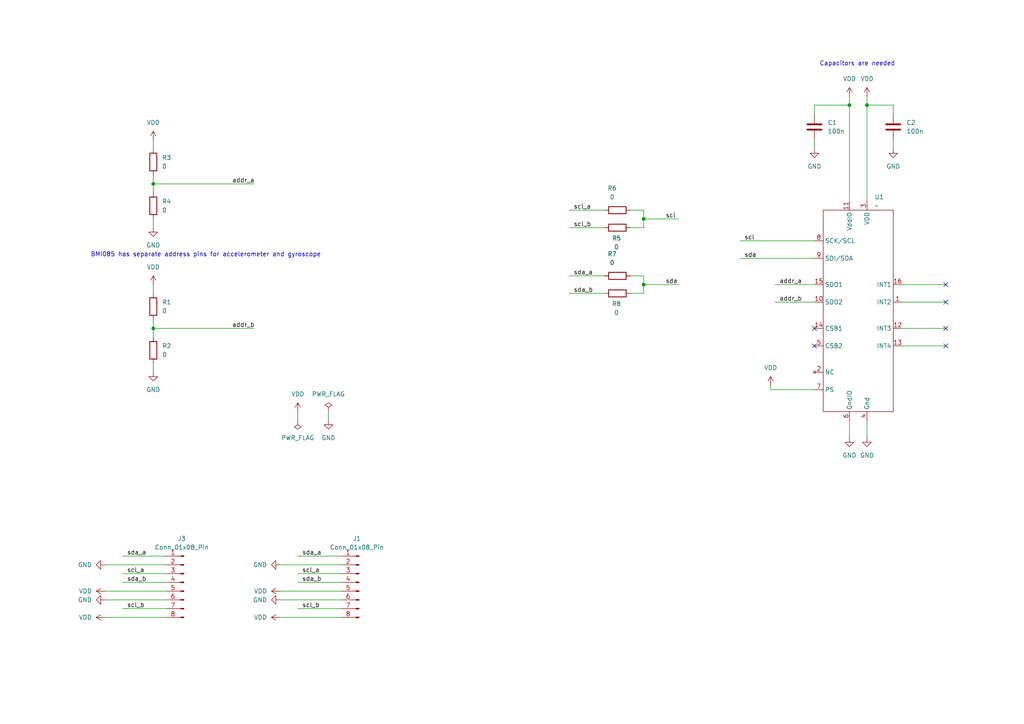
<source format=kicad_sch>
(kicad_sch
	(version 20231120)
	(generator "eeschema")
	(generator_version "8.0")
	(uuid "0039ceff-217c-43ec-98a7-e6c125261140")
	(paper "A4")
	(lib_symbols
		(symbol "Connector:Conn_01x08_Pin"
			(pin_names
				(offset 1.016) hide)
			(exclude_from_sim no)
			(in_bom yes)
			(on_board yes)
			(property "Reference" "J"
				(at 0 10.16 0)
				(effects
					(font
						(size 1.27 1.27)
					)
				)
			)
			(property "Value" "Conn_01x08_Pin"
				(at 0 -12.7 0)
				(effects
					(font
						(size 1.27 1.27)
					)
				)
			)
			(property "Footprint" ""
				(at 0 0 0)
				(effects
					(font
						(size 1.27 1.27)
					)
					(hide yes)
				)
			)
			(property "Datasheet" "~"
				(at 0 0 0)
				(effects
					(font
						(size 1.27 1.27)
					)
					(hide yes)
				)
			)
			(property "Description" "Generic connector, single row, 01x08, script generated"
				(at 0 0 0)
				(effects
					(font
						(size 1.27 1.27)
					)
					(hide yes)
				)
			)
			(property "ki_locked" ""
				(at 0 0 0)
				(effects
					(font
						(size 1.27 1.27)
					)
				)
			)
			(property "ki_keywords" "connector"
				(at 0 0 0)
				(effects
					(font
						(size 1.27 1.27)
					)
					(hide yes)
				)
			)
			(property "ki_fp_filters" "Connector*:*_1x??_*"
				(at 0 0 0)
				(effects
					(font
						(size 1.27 1.27)
					)
					(hide yes)
				)
			)
			(symbol "Conn_01x08_Pin_1_1"
				(polyline
					(pts
						(xy 1.27 -10.16) (xy 0.8636 -10.16)
					)
					(stroke
						(width 0.1524)
						(type default)
					)
					(fill
						(type none)
					)
				)
				(polyline
					(pts
						(xy 1.27 -7.62) (xy 0.8636 -7.62)
					)
					(stroke
						(width 0.1524)
						(type default)
					)
					(fill
						(type none)
					)
				)
				(polyline
					(pts
						(xy 1.27 -5.08) (xy 0.8636 -5.08)
					)
					(stroke
						(width 0.1524)
						(type default)
					)
					(fill
						(type none)
					)
				)
				(polyline
					(pts
						(xy 1.27 -2.54) (xy 0.8636 -2.54)
					)
					(stroke
						(width 0.1524)
						(type default)
					)
					(fill
						(type none)
					)
				)
				(polyline
					(pts
						(xy 1.27 0) (xy 0.8636 0)
					)
					(stroke
						(width 0.1524)
						(type default)
					)
					(fill
						(type none)
					)
				)
				(polyline
					(pts
						(xy 1.27 2.54) (xy 0.8636 2.54)
					)
					(stroke
						(width 0.1524)
						(type default)
					)
					(fill
						(type none)
					)
				)
				(polyline
					(pts
						(xy 1.27 5.08) (xy 0.8636 5.08)
					)
					(stroke
						(width 0.1524)
						(type default)
					)
					(fill
						(type none)
					)
				)
				(polyline
					(pts
						(xy 1.27 7.62) (xy 0.8636 7.62)
					)
					(stroke
						(width 0.1524)
						(type default)
					)
					(fill
						(type none)
					)
				)
				(rectangle
					(start 0.8636 -10.033)
					(end 0 -10.287)
					(stroke
						(width 0.1524)
						(type default)
					)
					(fill
						(type outline)
					)
				)
				(rectangle
					(start 0.8636 -7.493)
					(end 0 -7.747)
					(stroke
						(width 0.1524)
						(type default)
					)
					(fill
						(type outline)
					)
				)
				(rectangle
					(start 0.8636 -4.953)
					(end 0 -5.207)
					(stroke
						(width 0.1524)
						(type default)
					)
					(fill
						(type outline)
					)
				)
				(rectangle
					(start 0.8636 -2.413)
					(end 0 -2.667)
					(stroke
						(width 0.1524)
						(type default)
					)
					(fill
						(type outline)
					)
				)
				(rectangle
					(start 0.8636 0.127)
					(end 0 -0.127)
					(stroke
						(width 0.1524)
						(type default)
					)
					(fill
						(type outline)
					)
				)
				(rectangle
					(start 0.8636 2.667)
					(end 0 2.413)
					(stroke
						(width 0.1524)
						(type default)
					)
					(fill
						(type outline)
					)
				)
				(rectangle
					(start 0.8636 5.207)
					(end 0 4.953)
					(stroke
						(width 0.1524)
						(type default)
					)
					(fill
						(type outline)
					)
				)
				(rectangle
					(start 0.8636 7.747)
					(end 0 7.493)
					(stroke
						(width 0.1524)
						(type default)
					)
					(fill
						(type outline)
					)
				)
				(pin passive line
					(at 5.08 7.62 180)
					(length 3.81)
					(name "Pin_1"
						(effects
							(font
								(size 1.27 1.27)
							)
						)
					)
					(number "1"
						(effects
							(font
								(size 1.27 1.27)
							)
						)
					)
				)
				(pin passive line
					(at 5.08 5.08 180)
					(length 3.81)
					(name "Pin_2"
						(effects
							(font
								(size 1.27 1.27)
							)
						)
					)
					(number "2"
						(effects
							(font
								(size 1.27 1.27)
							)
						)
					)
				)
				(pin passive line
					(at 5.08 2.54 180)
					(length 3.81)
					(name "Pin_3"
						(effects
							(font
								(size 1.27 1.27)
							)
						)
					)
					(number "3"
						(effects
							(font
								(size 1.27 1.27)
							)
						)
					)
				)
				(pin passive line
					(at 5.08 0 180)
					(length 3.81)
					(name "Pin_4"
						(effects
							(font
								(size 1.27 1.27)
							)
						)
					)
					(number "4"
						(effects
							(font
								(size 1.27 1.27)
							)
						)
					)
				)
				(pin passive line
					(at 5.08 -2.54 180)
					(length 3.81)
					(name "Pin_5"
						(effects
							(font
								(size 1.27 1.27)
							)
						)
					)
					(number "5"
						(effects
							(font
								(size 1.27 1.27)
							)
						)
					)
				)
				(pin passive line
					(at 5.08 -5.08 180)
					(length 3.81)
					(name "Pin_6"
						(effects
							(font
								(size 1.27 1.27)
							)
						)
					)
					(number "6"
						(effects
							(font
								(size 1.27 1.27)
							)
						)
					)
				)
				(pin passive line
					(at 5.08 -7.62 180)
					(length 3.81)
					(name "Pin_7"
						(effects
							(font
								(size 1.27 1.27)
							)
						)
					)
					(number "7"
						(effects
							(font
								(size 1.27 1.27)
							)
						)
					)
				)
				(pin passive line
					(at 5.08 -10.16 180)
					(length 3.81)
					(name "Pin_8"
						(effects
							(font
								(size 1.27 1.27)
							)
						)
					)
					(number "8"
						(effects
							(font
								(size 1.27 1.27)
							)
						)
					)
				)
			)
		)
		(symbol "Device:C"
			(pin_numbers hide)
			(pin_names
				(offset 0.254)
			)
			(exclude_from_sim no)
			(in_bom yes)
			(on_board yes)
			(property "Reference" "C"
				(at 0.635 2.54 0)
				(effects
					(font
						(size 1.27 1.27)
					)
					(justify left)
				)
			)
			(property "Value" "C"
				(at 0.635 -2.54 0)
				(effects
					(font
						(size 1.27 1.27)
					)
					(justify left)
				)
			)
			(property "Footprint" ""
				(at 0.9652 -3.81 0)
				(effects
					(font
						(size 1.27 1.27)
					)
					(hide yes)
				)
			)
			(property "Datasheet" "~"
				(at 0 0 0)
				(effects
					(font
						(size 1.27 1.27)
					)
					(hide yes)
				)
			)
			(property "Description" "Unpolarized capacitor"
				(at 0 0 0)
				(effects
					(font
						(size 1.27 1.27)
					)
					(hide yes)
				)
			)
			(property "ki_keywords" "cap capacitor"
				(at 0 0 0)
				(effects
					(font
						(size 1.27 1.27)
					)
					(hide yes)
				)
			)
			(property "ki_fp_filters" "C_*"
				(at 0 0 0)
				(effects
					(font
						(size 1.27 1.27)
					)
					(hide yes)
				)
			)
			(symbol "C_0_1"
				(polyline
					(pts
						(xy -2.032 -0.762) (xy 2.032 -0.762)
					)
					(stroke
						(width 0.508)
						(type default)
					)
					(fill
						(type none)
					)
				)
				(polyline
					(pts
						(xy -2.032 0.762) (xy 2.032 0.762)
					)
					(stroke
						(width 0.508)
						(type default)
					)
					(fill
						(type none)
					)
				)
			)
			(symbol "C_1_1"
				(pin passive line
					(at 0 3.81 270)
					(length 2.794)
					(name "~"
						(effects
							(font
								(size 1.27 1.27)
							)
						)
					)
					(number "1"
						(effects
							(font
								(size 1.27 1.27)
							)
						)
					)
				)
				(pin passive line
					(at 0 -3.81 90)
					(length 2.794)
					(name "~"
						(effects
							(font
								(size 1.27 1.27)
							)
						)
					)
					(number "2"
						(effects
							(font
								(size 1.27 1.27)
							)
						)
					)
				)
			)
		)
		(symbol "Device:R"
			(pin_numbers hide)
			(pin_names
				(offset 0)
			)
			(exclude_from_sim no)
			(in_bom yes)
			(on_board yes)
			(property "Reference" "R"
				(at 2.032 0 90)
				(effects
					(font
						(size 1.27 1.27)
					)
				)
			)
			(property "Value" "R"
				(at 0 0 90)
				(effects
					(font
						(size 1.27 1.27)
					)
				)
			)
			(property "Footprint" ""
				(at -1.778 0 90)
				(effects
					(font
						(size 1.27 1.27)
					)
					(hide yes)
				)
			)
			(property "Datasheet" "~"
				(at 0 0 0)
				(effects
					(font
						(size 1.27 1.27)
					)
					(hide yes)
				)
			)
			(property "Description" "Resistor"
				(at 0 0 0)
				(effects
					(font
						(size 1.27 1.27)
					)
					(hide yes)
				)
			)
			(property "ki_keywords" "R res resistor"
				(at 0 0 0)
				(effects
					(font
						(size 1.27 1.27)
					)
					(hide yes)
				)
			)
			(property "ki_fp_filters" "R_*"
				(at 0 0 0)
				(effects
					(font
						(size 1.27 1.27)
					)
					(hide yes)
				)
			)
			(symbol "R_0_1"
				(rectangle
					(start -1.016 -2.54)
					(end 1.016 2.54)
					(stroke
						(width 0.254)
						(type default)
					)
					(fill
						(type none)
					)
				)
			)
			(symbol "R_1_1"
				(pin passive line
					(at 0 3.81 270)
					(length 1.27)
					(name "~"
						(effects
							(font
								(size 1.27 1.27)
							)
						)
					)
					(number "1"
						(effects
							(font
								(size 1.27 1.27)
							)
						)
					)
				)
				(pin passive line
					(at 0 -3.81 90)
					(length 1.27)
					(name "~"
						(effects
							(font
								(size 1.27 1.27)
							)
						)
					)
					(number "2"
						(effects
							(font
								(size 1.27 1.27)
							)
						)
					)
				)
			)
		)
		(symbol "bmi085:BMI085"
			(exclude_from_sim no)
			(in_bom yes)
			(on_board yes)
			(property "Reference" "U"
				(at 0 0 0)
				(effects
					(font
						(size 1.27 1.27)
					)
				)
			)
			(property "Value" ""
				(at 0 0 0)
				(effects
					(font
						(size 1.27 1.27)
					)
				)
			)
			(property "Footprint" ""
				(at 0 0 0)
				(effects
					(font
						(size 1.27 1.27)
					)
					(hide yes)
				)
			)
			(property "Datasheet" ""
				(at 0 0 0)
				(effects
					(font
						(size 1.27 1.27)
					)
					(hide yes)
				)
			)
			(property "Description" ""
				(at 0 0 0)
				(effects
					(font
						(size 1.27 1.27)
					)
					(hide yes)
				)
			)
			(symbol "BMI085_0_1"
				(rectangle
					(start -10.16 30.48)
					(end 10.16 -27.94)
					(stroke
						(width 0)
						(type default)
					)
					(fill
						(type none)
					)
				)
			)
			(symbol "BMI085_1_1"
				(pin bidirectional line
					(at 12.7 3.81 180)
					(length 2.54)
					(name "INT2"
						(effects
							(font
								(size 1.27 1.27)
							)
						)
					)
					(number "1"
						(effects
							(font
								(size 1.27 1.27)
							)
						)
					)
				)
				(pin output line
					(at -12.7 3.81 0)
					(length 2.54)
					(name "SDO2"
						(effects
							(font
								(size 1.27 1.27)
							)
						)
					)
					(number "10"
						(effects
							(font
								(size 1.27 1.27)
							)
						)
					)
				)
				(pin power_in line
					(at -2.54 33.02 270)
					(length 2.54)
					(name "VddIO"
						(effects
							(font
								(size 1.27 1.27)
							)
						)
					)
					(number "11"
						(effects
							(font
								(size 1.27 1.27)
							)
						)
					)
				)
				(pin output line
					(at 12.7 -3.81 180)
					(length 2.54)
					(name "INT3"
						(effects
							(font
								(size 1.27 1.27)
							)
						)
					)
					(number "12"
						(effects
							(font
								(size 1.27 1.27)
							)
						)
					)
				)
				(pin output line
					(at 12.7 -8.89 180)
					(length 2.54)
					(name "INT4"
						(effects
							(font
								(size 1.27 1.27)
							)
						)
					)
					(number "13"
						(effects
							(font
								(size 1.27 1.27)
							)
						)
					)
				)
				(pin input line
					(at -12.7 -3.81 0)
					(length 2.54)
					(name "CSB1"
						(effects
							(font
								(size 1.27 1.27)
							)
						)
					)
					(number "14"
						(effects
							(font
								(size 1.27 1.27)
							)
						)
					)
				)
				(pin output line
					(at -12.7 8.89 0)
					(length 2.54)
					(name "SDO1"
						(effects
							(font
								(size 1.27 1.27)
							)
						)
					)
					(number "15"
						(effects
							(font
								(size 1.27 1.27)
							)
						)
					)
				)
				(pin bidirectional line
					(at 12.7 8.89 180)
					(length 2.54)
					(name "INT1"
						(effects
							(font
								(size 1.27 1.27)
							)
						)
					)
					(number "16"
						(effects
							(font
								(size 1.27 1.27)
							)
						)
					)
				)
				(pin no_connect line
					(at -12.7 -16.51 0)
					(length 2.54)
					(name "NC"
						(effects
							(font
								(size 1.27 1.27)
							)
						)
					)
					(number "2"
						(effects
							(font
								(size 1.27 1.27)
							)
						)
					)
				)
				(pin power_in line
					(at 2.54 33.02 270)
					(length 2.54)
					(name "VDD"
						(effects
							(font
								(size 1.27 1.27)
							)
						)
					)
					(number "3"
						(effects
							(font
								(size 1.27 1.27)
							)
						)
					)
				)
				(pin passive line
					(at 2.54 -30.48 90)
					(length 2.54)
					(name "Gnd"
						(effects
							(font
								(size 1.27 1.27)
							)
						)
					)
					(number "4"
						(effects
							(font
								(size 1.27 1.27)
							)
						)
					)
				)
				(pin input line
					(at -12.7 -8.89 0)
					(length 2.54)
					(name "CSB2"
						(effects
							(font
								(size 1.27 1.27)
							)
						)
					)
					(number "5"
						(effects
							(font
								(size 1.27 1.27)
							)
						)
					)
				)
				(pin passive line
					(at -2.54 -30.48 90)
					(length 2.54)
					(name "GndIO"
						(effects
							(font
								(size 1.27 1.27)
							)
						)
					)
					(number "6"
						(effects
							(font
								(size 1.27 1.27)
							)
						)
					)
				)
				(pin input line
					(at -12.7 -21.59 0)
					(length 2.54)
					(name "PS"
						(effects
							(font
								(size 1.27 1.27)
							)
						)
					)
					(number "7"
						(effects
							(font
								(size 1.27 1.27)
							)
						)
					)
				)
				(pin input line
					(at -12.7 21.59 0)
					(length 2.54)
					(name "SCK/SCL"
						(effects
							(font
								(size 1.27 1.27)
							)
						)
					)
					(number "8"
						(effects
							(font
								(size 1.27 1.27)
							)
						)
					)
				)
				(pin bidirectional line
					(at -12.7 16.51 0)
					(length 2.54)
					(name "SDI/SDA"
						(effects
							(font
								(size 1.27 1.27)
							)
						)
					)
					(number "9"
						(effects
							(font
								(size 1.27 1.27)
							)
						)
					)
				)
			)
		)
		(symbol "power:GND"
			(power)
			(pin_numbers hide)
			(pin_names
				(offset 0) hide)
			(exclude_from_sim no)
			(in_bom yes)
			(on_board yes)
			(property "Reference" "#PWR"
				(at 0 -6.35 0)
				(effects
					(font
						(size 1.27 1.27)
					)
					(hide yes)
				)
			)
			(property "Value" "GND"
				(at 0 -3.81 0)
				(effects
					(font
						(size 1.27 1.27)
					)
				)
			)
			(property "Footprint" ""
				(at 0 0 0)
				(effects
					(font
						(size 1.27 1.27)
					)
					(hide yes)
				)
			)
			(property "Datasheet" ""
				(at 0 0 0)
				(effects
					(font
						(size 1.27 1.27)
					)
					(hide yes)
				)
			)
			(property "Description" "Power symbol creates a global label with name \"GND\" , ground"
				(at 0 0 0)
				(effects
					(font
						(size 1.27 1.27)
					)
					(hide yes)
				)
			)
			(property "ki_keywords" "global power"
				(at 0 0 0)
				(effects
					(font
						(size 1.27 1.27)
					)
					(hide yes)
				)
			)
			(symbol "GND_0_1"
				(polyline
					(pts
						(xy 0 0) (xy 0 -1.27) (xy 1.27 -1.27) (xy 0 -2.54) (xy -1.27 -1.27) (xy 0 -1.27)
					)
					(stroke
						(width 0)
						(type default)
					)
					(fill
						(type none)
					)
				)
			)
			(symbol "GND_1_1"
				(pin power_in line
					(at 0 0 270)
					(length 0)
					(name "~"
						(effects
							(font
								(size 1.27 1.27)
							)
						)
					)
					(number "1"
						(effects
							(font
								(size 1.27 1.27)
							)
						)
					)
				)
			)
		)
		(symbol "power:PWR_FLAG"
			(power)
			(pin_numbers hide)
			(pin_names
				(offset 0) hide)
			(exclude_from_sim no)
			(in_bom yes)
			(on_board yes)
			(property "Reference" "#FLG"
				(at 0 1.905 0)
				(effects
					(font
						(size 1.27 1.27)
					)
					(hide yes)
				)
			)
			(property "Value" "PWR_FLAG"
				(at 0 3.81 0)
				(effects
					(font
						(size 1.27 1.27)
					)
				)
			)
			(property "Footprint" ""
				(at 0 0 0)
				(effects
					(font
						(size 1.27 1.27)
					)
					(hide yes)
				)
			)
			(property "Datasheet" "~"
				(at 0 0 0)
				(effects
					(font
						(size 1.27 1.27)
					)
					(hide yes)
				)
			)
			(property "Description" "Special symbol for telling ERC where power comes from"
				(at 0 0 0)
				(effects
					(font
						(size 1.27 1.27)
					)
					(hide yes)
				)
			)
			(property "ki_keywords" "flag power"
				(at 0 0 0)
				(effects
					(font
						(size 1.27 1.27)
					)
					(hide yes)
				)
			)
			(symbol "PWR_FLAG_0_0"
				(pin power_out line
					(at 0 0 90)
					(length 0)
					(name "~"
						(effects
							(font
								(size 1.27 1.27)
							)
						)
					)
					(number "1"
						(effects
							(font
								(size 1.27 1.27)
							)
						)
					)
				)
			)
			(symbol "PWR_FLAG_0_1"
				(polyline
					(pts
						(xy 0 0) (xy 0 1.27) (xy -1.016 1.905) (xy 0 2.54) (xy 1.016 1.905) (xy 0 1.27)
					)
					(stroke
						(width 0)
						(type default)
					)
					(fill
						(type none)
					)
				)
			)
		)
		(symbol "power:VDD"
			(power)
			(pin_numbers hide)
			(pin_names
				(offset 0) hide)
			(exclude_from_sim no)
			(in_bom yes)
			(on_board yes)
			(property "Reference" "#PWR"
				(at 0 -3.81 0)
				(effects
					(font
						(size 1.27 1.27)
					)
					(hide yes)
				)
			)
			(property "Value" "VDD"
				(at 0 3.556 0)
				(effects
					(font
						(size 1.27 1.27)
					)
				)
			)
			(property "Footprint" ""
				(at 0 0 0)
				(effects
					(font
						(size 1.27 1.27)
					)
					(hide yes)
				)
			)
			(property "Datasheet" ""
				(at 0 0 0)
				(effects
					(font
						(size 1.27 1.27)
					)
					(hide yes)
				)
			)
			(property "Description" "Power symbol creates a global label with name \"VDD\""
				(at 0 0 0)
				(effects
					(font
						(size 1.27 1.27)
					)
					(hide yes)
				)
			)
			(property "ki_keywords" "global power"
				(at 0 0 0)
				(effects
					(font
						(size 1.27 1.27)
					)
					(hide yes)
				)
			)
			(symbol "VDD_0_1"
				(polyline
					(pts
						(xy -0.762 1.27) (xy 0 2.54)
					)
					(stroke
						(width 0)
						(type default)
					)
					(fill
						(type none)
					)
				)
				(polyline
					(pts
						(xy 0 0) (xy 0 2.54)
					)
					(stroke
						(width 0)
						(type default)
					)
					(fill
						(type none)
					)
				)
				(polyline
					(pts
						(xy 0 2.54) (xy 0.762 1.27)
					)
					(stroke
						(width 0)
						(type default)
					)
					(fill
						(type none)
					)
				)
			)
			(symbol "VDD_1_1"
				(pin power_in line
					(at 0 0 90)
					(length 0)
					(name "~"
						(effects
							(font
								(size 1.27 1.27)
							)
						)
					)
					(number "1"
						(effects
							(font
								(size 1.27 1.27)
							)
						)
					)
				)
			)
		)
	)
	(junction
		(at 44.45 53.34)
		(diameter 0)
		(color 0 0 0 0)
		(uuid "27ac5df7-4295-4593-a8cc-e631989e68a2")
	)
	(junction
		(at 44.45 95.25)
		(diameter 0)
		(color 0 0 0 0)
		(uuid "39026644-92a0-426d-85c9-e3cdfd7a46ba")
	)
	(junction
		(at 186.69 82.55)
		(diameter 0)
		(color 0 0 0 0)
		(uuid "4da1a351-f743-4688-9752-67769be6da6f")
	)
	(junction
		(at 186.69 63.5)
		(diameter 0)
		(color 0 0 0 0)
		(uuid "6ff52e8a-f215-4ade-a463-7f5b738b312d")
	)
	(junction
		(at 246.38 30.48)
		(diameter 0)
		(color 0 0 0 0)
		(uuid "7277352d-e592-4bc5-8355-9c7c57903c93")
	)
	(junction
		(at 251.46 30.48)
		(diameter 0)
		(color 0 0 0 0)
		(uuid "db7fd613-aa85-46ac-ba85-358dd84fd46f")
	)
	(no_connect
		(at 236.22 100.33)
		(uuid "2481e777-2f05-4431-a3b7-0a7aeb918310")
	)
	(no_connect
		(at 274.32 100.33)
		(uuid "25375142-ea7e-4d8c-bdca-8ab3f0dd5c9b")
	)
	(no_connect
		(at 274.32 87.63)
		(uuid "a29109b4-97e6-49f9-85a7-21dbe9e1ae79")
	)
	(no_connect
		(at 274.32 82.55)
		(uuid "c58ec8cc-f8e4-4d04-9408-0be01425dfca")
	)
	(no_connect
		(at 274.32 95.25)
		(uuid "d122e5cc-3328-4be3-b704-e59dcba06769")
	)
	(no_connect
		(at 236.22 95.25)
		(uuid "f18a70fc-78da-4afb-979a-4424f1f8c377")
	)
	(wire
		(pts
			(xy 35.56 168.91) (xy 48.26 168.91)
		)
		(stroke
			(width 0)
			(type default)
		)
		(uuid "030328b8-b36f-4eb5-9af0-95eb2681686b")
	)
	(wire
		(pts
			(xy 182.88 85.09) (xy 186.69 85.09)
		)
		(stroke
			(width 0)
			(type default)
		)
		(uuid "043bdd0b-bac4-44cd-8bb0-feaed75bfcb2")
	)
	(wire
		(pts
			(xy 44.45 82.55) (xy 44.45 85.09)
		)
		(stroke
			(width 0)
			(type default)
		)
		(uuid "04aaee61-9787-4bb9-acd6-0f92b1e938b4")
	)
	(wire
		(pts
			(xy 165.1 60.96) (xy 175.26 60.96)
		)
		(stroke
			(width 0)
			(type default)
		)
		(uuid "04d5f8a0-9a0b-4d63-ba6a-ea256ce8996b")
	)
	(wire
		(pts
			(xy 259.08 40.64) (xy 259.08 43.18)
		)
		(stroke
			(width 0)
			(type default)
		)
		(uuid "09bc3f40-3359-4a25-b582-3d05c5ffbd73")
	)
	(wire
		(pts
			(xy 251.46 30.48) (xy 251.46 58.42)
		)
		(stroke
			(width 0)
			(type default)
		)
		(uuid "0bc1b68b-fd4c-4a12-80ab-b93bf8e427b6")
	)
	(wire
		(pts
			(xy 223.52 111.76) (xy 223.52 113.03)
		)
		(stroke
			(width 0)
			(type default)
		)
		(uuid "11a0f1a9-66a7-4cdc-917d-de8a4018a4f2")
	)
	(wire
		(pts
			(xy 86.36 166.37) (xy 99.06 166.37)
		)
		(stroke
			(width 0)
			(type default)
		)
		(uuid "13c6459e-2585-48b2-8b42-ce60ebcb4643")
	)
	(wire
		(pts
			(xy 30.48 171.45) (xy 48.26 171.45)
		)
		(stroke
			(width 0)
			(type default)
		)
		(uuid "142153e0-ae90-41e6-b180-77f6918874e4")
	)
	(wire
		(pts
			(xy 44.45 95.25) (xy 44.45 97.79)
		)
		(stroke
			(width 0)
			(type default)
		)
		(uuid "1b264114-2ce0-487b-b1ee-608017c1710c")
	)
	(wire
		(pts
			(xy 186.69 80.01) (xy 186.69 82.55)
		)
		(stroke
			(width 0)
			(type default)
		)
		(uuid "1b3f6353-50bf-436b-ad8b-5fe8deef8df9")
	)
	(wire
		(pts
			(xy 214.63 69.85) (xy 236.22 69.85)
		)
		(stroke
			(width 0)
			(type default)
		)
		(uuid "1f24d6b2-a73c-4f07-8f2a-c8f08b65f323")
	)
	(wire
		(pts
			(xy 81.28 173.99) (xy 99.06 173.99)
		)
		(stroke
			(width 0)
			(type default)
		)
		(uuid "1f702afd-f0cd-4a74-89b9-ddb424833ea0")
	)
	(wire
		(pts
			(xy 165.1 66.04) (xy 175.26 66.04)
		)
		(stroke
			(width 0)
			(type default)
		)
		(uuid "202f292d-4dfe-4c8f-a5fc-6c0464c4feb4")
	)
	(wire
		(pts
			(xy 44.45 53.34) (xy 44.45 55.88)
		)
		(stroke
			(width 0)
			(type default)
		)
		(uuid "20c34808-901f-441e-a064-e064072f4af0")
	)
	(wire
		(pts
			(xy 44.45 53.34) (xy 73.66 53.34)
		)
		(stroke
			(width 0)
			(type default)
		)
		(uuid "26c9c778-47b8-4528-86e4-1c5a6262a28a")
	)
	(wire
		(pts
			(xy 246.38 27.94) (xy 246.38 30.48)
		)
		(stroke
			(width 0)
			(type default)
		)
		(uuid "297864ee-9069-418a-b6e0-5101fadfe824")
	)
	(wire
		(pts
			(xy 86.36 161.29) (xy 99.06 161.29)
		)
		(stroke
			(width 0)
			(type default)
		)
		(uuid "3339479d-7a3f-4d84-9520-0bdd21a3001e")
	)
	(wire
		(pts
			(xy 259.08 33.02) (xy 259.08 30.48)
		)
		(stroke
			(width 0)
			(type default)
		)
		(uuid "379074b8-efad-4d9f-8936-8df3fb132016")
	)
	(wire
		(pts
			(xy 186.69 60.96) (xy 186.69 63.5)
		)
		(stroke
			(width 0)
			(type default)
		)
		(uuid "3ab3780c-1ceb-4c9e-a5de-5f328ba72956")
	)
	(wire
		(pts
			(xy 44.45 92.71) (xy 44.45 95.25)
		)
		(stroke
			(width 0)
			(type default)
		)
		(uuid "3f83db0f-d219-4893-a0a4-273693a27e88")
	)
	(wire
		(pts
			(xy 236.22 113.03) (xy 223.52 113.03)
		)
		(stroke
			(width 0)
			(type default)
		)
		(uuid "3fc1073d-c7c5-4225-a87e-73f6148db388")
	)
	(wire
		(pts
			(xy 182.88 60.96) (xy 186.69 60.96)
		)
		(stroke
			(width 0)
			(type default)
		)
		(uuid "42c7e517-324b-431e-97be-a180861a6732")
	)
	(wire
		(pts
			(xy 81.28 163.83) (xy 99.06 163.83)
		)
		(stroke
			(width 0)
			(type default)
		)
		(uuid "4a2a3865-accf-4c93-aaa5-15f36cab38b9")
	)
	(wire
		(pts
			(xy 35.56 161.29) (xy 48.26 161.29)
		)
		(stroke
			(width 0)
			(type default)
		)
		(uuid "4b7c14ea-8e41-40f4-9994-9cc65850e8b9")
	)
	(wire
		(pts
			(xy 261.62 95.25) (xy 274.32 95.25)
		)
		(stroke
			(width 0)
			(type default)
		)
		(uuid "4d70fae7-9b0f-4890-a94d-a4d85dd0ac53")
	)
	(wire
		(pts
			(xy 186.69 63.5) (xy 186.69 66.04)
		)
		(stroke
			(width 0)
			(type default)
		)
		(uuid "4dcdfe87-6f71-4291-91b4-0b6df092c120")
	)
	(wire
		(pts
			(xy 261.62 82.55) (xy 274.32 82.55)
		)
		(stroke
			(width 0)
			(type default)
		)
		(uuid "4f2d8bf0-cab9-4b62-85a4-79bf09f9c687")
	)
	(wire
		(pts
			(xy 186.69 63.5) (xy 196.85 63.5)
		)
		(stroke
			(width 0)
			(type default)
		)
		(uuid "548406a7-0da7-465c-98b9-86fc53bd0e30")
	)
	(wire
		(pts
			(xy 261.62 100.33) (xy 274.32 100.33)
		)
		(stroke
			(width 0)
			(type default)
		)
		(uuid "62cd563e-5668-48f4-8f48-570a81c697f3")
	)
	(wire
		(pts
			(xy 186.69 82.55) (xy 186.69 85.09)
		)
		(stroke
			(width 0)
			(type default)
		)
		(uuid "74230d15-4e86-46c0-bbc8-eea9a7952b31")
	)
	(wire
		(pts
			(xy 236.22 33.02) (xy 236.22 30.48)
		)
		(stroke
			(width 0)
			(type default)
		)
		(uuid "74e5c563-1cc3-42f1-bcb2-787bc743b1a3")
	)
	(wire
		(pts
			(xy 261.62 87.63) (xy 274.32 87.63)
		)
		(stroke
			(width 0)
			(type default)
		)
		(uuid "7f005948-bc21-41d6-b69b-18c105746d47")
	)
	(wire
		(pts
			(xy 86.36 119.38) (xy 86.36 121.92)
		)
		(stroke
			(width 0)
			(type default)
		)
		(uuid "7f4f5d7a-e921-4ccc-987d-f218ca0d1d9e")
	)
	(wire
		(pts
			(xy 44.45 40.64) (xy 44.45 43.18)
		)
		(stroke
			(width 0)
			(type default)
		)
		(uuid "8296f76a-869c-4d88-aaa7-d8d8e4dd63ad")
	)
	(wire
		(pts
			(xy 186.69 82.55) (xy 196.85 82.55)
		)
		(stroke
			(width 0)
			(type default)
		)
		(uuid "87fc3491-0562-4951-bac1-e3d040d9df00")
	)
	(wire
		(pts
			(xy 182.88 80.01) (xy 186.69 80.01)
		)
		(stroke
			(width 0)
			(type default)
		)
		(uuid "885a2549-cfaf-4206-8309-3103899e3fc4")
	)
	(wire
		(pts
			(xy 81.28 171.45) (xy 99.06 171.45)
		)
		(stroke
			(width 0)
			(type default)
		)
		(uuid "91a6a6a5-7c99-4aee-a59d-f187de1f5536")
	)
	(wire
		(pts
			(xy 224.79 82.55) (xy 236.22 82.55)
		)
		(stroke
			(width 0)
			(type default)
		)
		(uuid "94871efa-0cd1-438e-b5d2-5e470bd9c765")
	)
	(wire
		(pts
			(xy 44.45 63.5) (xy 44.45 66.04)
		)
		(stroke
			(width 0)
			(type default)
		)
		(uuid "95c8b8c4-3ebe-4f9b-a6dc-613b325f9fb7")
	)
	(wire
		(pts
			(xy 236.22 40.64) (xy 236.22 43.18)
		)
		(stroke
			(width 0)
			(type default)
		)
		(uuid "96581378-dc7b-43ac-a214-c017514f90f0")
	)
	(wire
		(pts
			(xy 224.79 87.63) (xy 236.22 87.63)
		)
		(stroke
			(width 0)
			(type default)
		)
		(uuid "9717c695-0fe0-4f65-9ee2-30d5ce37c8ff")
	)
	(wire
		(pts
			(xy 251.46 27.94) (xy 251.46 30.48)
		)
		(stroke
			(width 0)
			(type default)
		)
		(uuid "9b90c54c-b9d0-4bfb-986a-d8a92dd5a925")
	)
	(wire
		(pts
			(xy 30.48 173.99) (xy 48.26 173.99)
		)
		(stroke
			(width 0)
			(type default)
		)
		(uuid "9d5d502c-517a-493e-8eb0-19c9dd630aa5")
	)
	(wire
		(pts
			(xy 95.25 119.38) (xy 95.25 121.92)
		)
		(stroke
			(width 0)
			(type default)
		)
		(uuid "9da5dd48-e382-41a2-8bdb-b3ae050d4395")
	)
	(wire
		(pts
			(xy 30.48 163.83) (xy 48.26 163.83)
		)
		(stroke
			(width 0)
			(type default)
		)
		(uuid "a23e4afc-6ff8-4e89-b5f3-dab7a0904888")
	)
	(wire
		(pts
			(xy 165.1 80.01) (xy 175.26 80.01)
		)
		(stroke
			(width 0)
			(type default)
		)
		(uuid "a953bed1-ebd8-4121-bd68-180594924fa9")
	)
	(wire
		(pts
			(xy 182.88 66.04) (xy 186.69 66.04)
		)
		(stroke
			(width 0)
			(type default)
		)
		(uuid "aceecd49-4fa0-4a9a-82da-5774e56577c9")
	)
	(wire
		(pts
			(xy 214.63 74.93) (xy 236.22 74.93)
		)
		(stroke
			(width 0)
			(type default)
		)
		(uuid "acfa9fc0-32b2-4852-8b66-de0c079d64b3")
	)
	(wire
		(pts
			(xy 35.56 176.53) (xy 48.26 176.53)
		)
		(stroke
			(width 0)
			(type default)
		)
		(uuid "af5c8b9a-1c54-4658-9557-c35f08d95b73")
	)
	(wire
		(pts
			(xy 251.46 121.92) (xy 251.46 127)
		)
		(stroke
			(width 0)
			(type default)
		)
		(uuid "af6bf750-f5d1-4ce7-956e-ccbf116201ad")
	)
	(wire
		(pts
			(xy 30.48 179.07) (xy 48.26 179.07)
		)
		(stroke
			(width 0)
			(type default)
		)
		(uuid "ba8d97a7-3694-40a5-8cab-8a7bed99807e")
	)
	(wire
		(pts
			(xy 259.08 30.48) (xy 251.46 30.48)
		)
		(stroke
			(width 0)
			(type default)
		)
		(uuid "c8106dcb-1f00-4def-b05d-1ddcaf5f743c")
	)
	(wire
		(pts
			(xy 236.22 30.48) (xy 246.38 30.48)
		)
		(stroke
			(width 0)
			(type default)
		)
		(uuid "c8c6e826-71d8-4808-988e-aefe063c812a")
	)
	(wire
		(pts
			(xy 86.36 176.53) (xy 99.06 176.53)
		)
		(stroke
			(width 0)
			(type default)
		)
		(uuid "ce76ba4c-2791-4ef7-951c-481c45a01277")
	)
	(wire
		(pts
			(xy 81.28 179.07) (xy 99.06 179.07)
		)
		(stroke
			(width 0)
			(type default)
		)
		(uuid "d0a307d7-3944-4e06-817a-7fab7eec76fc")
	)
	(wire
		(pts
			(xy 246.38 30.48) (xy 246.38 58.42)
		)
		(stroke
			(width 0)
			(type default)
		)
		(uuid "e448ca4a-06a3-422d-8d44-22a65bf81cb7")
	)
	(wire
		(pts
			(xy 86.36 168.91) (xy 99.06 168.91)
		)
		(stroke
			(width 0)
			(type default)
		)
		(uuid "e454b60e-8a5d-4d89-be75-1f54253f0af9")
	)
	(wire
		(pts
			(xy 44.45 50.8) (xy 44.45 53.34)
		)
		(stroke
			(width 0)
			(type default)
		)
		(uuid "ed522553-9f58-4b01-8ab5-94b6e16f1a1a")
	)
	(wire
		(pts
			(xy 44.45 105.41) (xy 44.45 107.95)
		)
		(stroke
			(width 0)
			(type default)
		)
		(uuid "efc05faf-5cd3-4c35-aafc-58a4b21b744b")
	)
	(wire
		(pts
			(xy 165.1 85.09) (xy 175.26 85.09)
		)
		(stroke
			(width 0)
			(type default)
		)
		(uuid "f3ef5f3a-757d-4748-8c0d-a8de690092c0")
	)
	(wire
		(pts
			(xy 35.56 166.37) (xy 48.26 166.37)
		)
		(stroke
			(width 0)
			(type default)
		)
		(uuid "f734bce7-6998-4c0a-99bd-2670861744ca")
	)
	(wire
		(pts
			(xy 44.45 95.25) (xy 73.66 95.25)
		)
		(stroke
			(width 0)
			(type default)
		)
		(uuid "f7c4be85-f8c2-4c71-bbd6-a91a0213a582")
	)
	(wire
		(pts
			(xy 246.38 121.92) (xy 246.38 127)
		)
		(stroke
			(width 0)
			(type default)
		)
		(uuid "fedebaac-2b3a-486a-91e3-a3a1c76fd3ff")
	)
	(text "Capacitors are needed"
		(exclude_from_sim no)
		(at 248.666 18.542 0)
		(effects
			(font
				(size 1.27 1.27)
			)
		)
		(uuid "7a2a06b5-6cf6-4952-8419-f172f5c2290f")
	)
	(text "BMI085 has separate address pins for accelerometer and gyroscope"
		(exclude_from_sim no)
		(at 59.69 73.914 0)
		(effects
			(font
				(size 1.27 1.27)
			)
		)
		(uuid "df2ad5bd-a9eb-4102-bbbc-36b541578d7c")
	)
	(label "sda_b"
		(at 36.83 168.91 0)
		(fields_autoplaced yes)
		(effects
			(font
				(size 1.27 1.27)
			)
			(justify left bottom)
		)
		(uuid "0acacba2-2b76-42b8-b620-5e06cc1fde88")
	)
	(label "sda_b"
		(at 87.63 168.91 0)
		(fields_autoplaced yes)
		(effects
			(font
				(size 1.27 1.27)
			)
			(justify left bottom)
		)
		(uuid "1df177c7-4705-498f-be4c-d7b54eef9676")
	)
	(label "sda_a"
		(at 87.63 161.29 0)
		(fields_autoplaced yes)
		(effects
			(font
				(size 1.27 1.27)
			)
			(justify left bottom)
		)
		(uuid "2d5802af-4bce-4744-a604-457e84157e62")
	)
	(label "scl_a"
		(at 166.37 60.96 0)
		(fields_autoplaced yes)
		(effects
			(font
				(size 1.27 1.27)
			)
			(justify left bottom)
		)
		(uuid "347cb984-8dc7-4638-a734-78dbc56b91e7")
	)
	(label "sda_b"
		(at 166.37 85.09 0)
		(fields_autoplaced yes)
		(effects
			(font
				(size 1.27 1.27)
			)
			(justify left bottom)
		)
		(uuid "3fb2db99-6037-4b6b-8bdc-3ef1b29e4b5c")
	)
	(label "scl_b"
		(at 87.63 176.53 0)
		(fields_autoplaced yes)
		(effects
			(font
				(size 1.27 1.27)
			)
			(justify left bottom)
		)
		(uuid "4dd7a449-a234-4daa-8a18-dce68dbd6cfe")
	)
	(label "addr_a"
		(at 67.31 53.34 0)
		(fields_autoplaced yes)
		(effects
			(font
				(size 1.27 1.27)
			)
			(justify left bottom)
		)
		(uuid "54ebb3cc-c710-48dc-ae53-adb685aa5ed2")
	)
	(label "scl_b"
		(at 166.37 66.04 0)
		(fields_autoplaced yes)
		(effects
			(font
				(size 1.27 1.27)
			)
			(justify left bottom)
		)
		(uuid "5c213b7f-f94f-4131-ab2f-1f2ee5eab883")
	)
	(label "addr_a"
		(at 226.06 82.55 0)
		(fields_autoplaced yes)
		(effects
			(font
				(size 1.27 1.27)
			)
			(justify left bottom)
		)
		(uuid "5c85f59b-f201-4a60-b749-d906b0be6ec3")
	)
	(label "sda"
		(at 193.04 82.55 0)
		(fields_autoplaced yes)
		(effects
			(font
				(size 1.27 1.27)
			)
			(justify left bottom)
		)
		(uuid "68f6ab62-f690-4aea-a119-93f198efb86e")
	)
	(label "sda"
		(at 215.9 74.93 0)
		(fields_autoplaced yes)
		(effects
			(font
				(size 1.27 1.27)
			)
			(justify left bottom)
		)
		(uuid "6efe3d4a-4590-46e3-a552-9f72d6c8f690")
	)
	(label "addr_b"
		(at 67.31 95.25 0)
		(fields_autoplaced yes)
		(effects
			(font
				(size 1.27 1.27)
			)
			(justify left bottom)
		)
		(uuid "94669035-b4ff-41b3-97ad-09738510ef02")
	)
	(label "scl_a"
		(at 87.63 166.37 0)
		(fields_autoplaced yes)
		(effects
			(font
				(size 1.27 1.27)
			)
			(justify left bottom)
		)
		(uuid "964b3080-c2a4-4c0c-8b31-686e93544895")
	)
	(label "sda_a"
		(at 36.83 161.29 0)
		(fields_autoplaced yes)
		(effects
			(font
				(size 1.27 1.27)
			)
			(justify left bottom)
		)
		(uuid "96cff11d-3577-4635-ac0c-7e8db7c4a1fd")
	)
	(label "addr_b"
		(at 226.06 87.63 0)
		(fields_autoplaced yes)
		(effects
			(font
				(size 1.27 1.27)
			)
			(justify left bottom)
		)
		(uuid "9e06728d-6b04-47ca-8596-3899e7ed19d4")
	)
	(label "scl_a"
		(at 36.83 166.37 0)
		(fields_autoplaced yes)
		(effects
			(font
				(size 1.27 1.27)
			)
			(justify left bottom)
		)
		(uuid "a3f2aecf-fa93-4eaf-a4b0-61fcb57d2bb0")
	)
	(label "scl"
		(at 215.9 69.85 0)
		(fields_autoplaced yes)
		(effects
			(font
				(size 1.27 1.27)
			)
			(justify left bottom)
		)
		(uuid "a75c67a6-4dc8-460a-ba4d-cf82d5451067")
	)
	(label "scl"
		(at 193.04 63.5 0)
		(fields_autoplaced yes)
		(effects
			(font
				(size 1.27 1.27)
			)
			(justify left bottom)
		)
		(uuid "bfbfbb48-a40d-45ee-bb31-5fae97b0c2de")
	)
	(label "sda_a"
		(at 166.37 80.01 0)
		(fields_autoplaced yes)
		(effects
			(font
				(size 1.27 1.27)
			)
			(justify left bottom)
		)
		(uuid "bfe7e6b4-f080-41a5-9358-b0ad3abb3bb5")
	)
	(label "scl_b"
		(at 36.83 176.53 0)
		(fields_autoplaced yes)
		(effects
			(font
				(size 1.27 1.27)
			)
			(justify left bottom)
		)
		(uuid "ee056205-404e-4cce-9eb6-e37be2b41768")
	)
	(symbol
		(lib_id "power:VDD")
		(at 30.48 179.07 90)
		(unit 1)
		(exclude_from_sim no)
		(in_bom yes)
		(on_board yes)
		(dnp no)
		(fields_autoplaced yes)
		(uuid "14f45e94-de13-4c1f-a0f9-810581f81915")
		(property "Reference" "#PWR019"
			(at 34.29 179.07 0)
			(effects
				(font
					(size 1.27 1.27)
				)
				(hide yes)
			)
		)
		(property "Value" "VDD"
			(at 26.67 179.0699 90)
			(effects
				(font
					(size 1.27 1.27)
				)
				(justify left)
			)
		)
		(property "Footprint" ""
			(at 30.48 179.07 0)
			(effects
				(font
					(size 1.27 1.27)
				)
				(hide yes)
			)
		)
		(property "Datasheet" ""
			(at 30.48 179.07 0)
			(effects
				(font
					(size 1.27 1.27)
				)
				(hide yes)
			)
		)
		(property "Description" "Power symbol creates a global label with name \"VDD\""
			(at 30.48 179.07 0)
			(effects
				(font
					(size 1.27 1.27)
				)
				(hide yes)
			)
		)
		(pin "1"
			(uuid "706f4fef-5c48-47eb-bbe7-ec28fe4e616a")
		)
		(instances
			(project "board_bmi085"
				(path "/0039ceff-217c-43ec-98a7-e6c125261140"
					(reference "#PWR019")
					(unit 1)
				)
			)
		)
	)
	(symbol
		(lib_id "power:GND")
		(at 81.28 173.99 270)
		(unit 1)
		(exclude_from_sim no)
		(in_bom yes)
		(on_board yes)
		(dnp no)
		(fields_autoplaced yes)
		(uuid "166c0b9d-f718-4c30-8d8e-3d5e03d0a7d7")
		(property "Reference" "#PWR020"
			(at 74.93 173.99 0)
			(effects
				(font
					(size 1.27 1.27)
				)
				(hide yes)
			)
		)
		(property "Value" "GND"
			(at 77.47 173.9899 90)
			(effects
				(font
					(size 1.27 1.27)
				)
				(justify right)
			)
		)
		(property "Footprint" ""
			(at 81.28 173.99 0)
			(effects
				(font
					(size 1.27 1.27)
				)
				(hide yes)
			)
		)
		(property "Datasheet" ""
			(at 81.28 173.99 0)
			(effects
				(font
					(size 1.27 1.27)
				)
				(hide yes)
			)
		)
		(property "Description" "Power symbol creates a global label with name \"GND\" , ground"
			(at 81.28 173.99 0)
			(effects
				(font
					(size 1.27 1.27)
				)
				(hide yes)
			)
		)
		(pin "1"
			(uuid "7c7a9d3d-e2fe-41f0-92c8-03296f8a729a")
		)
		(instances
			(project "board_bmi085"
				(path "/0039ceff-217c-43ec-98a7-e6c125261140"
					(reference "#PWR020")
					(unit 1)
				)
			)
		)
	)
	(symbol
		(lib_id "power:GND")
		(at 30.48 163.83 270)
		(unit 1)
		(exclude_from_sim no)
		(in_bom yes)
		(on_board yes)
		(dnp no)
		(fields_autoplaced yes)
		(uuid "17fdee8c-d9a2-4406-8ad0-85422f947e0a")
		(property "Reference" "#PWR014"
			(at 24.13 163.83 0)
			(effects
				(font
					(size 1.27 1.27)
				)
				(hide yes)
			)
		)
		(property "Value" "GND"
			(at 26.67 163.8299 90)
			(effects
				(font
					(size 1.27 1.27)
				)
				(justify right)
			)
		)
		(property "Footprint" ""
			(at 30.48 163.83 0)
			(effects
				(font
					(size 1.27 1.27)
				)
				(hide yes)
			)
		)
		(property "Datasheet" ""
			(at 30.48 163.83 0)
			(effects
				(font
					(size 1.27 1.27)
				)
				(hide yes)
			)
		)
		(property "Description" "Power symbol creates a global label with name \"GND\" , ground"
			(at 30.48 163.83 0)
			(effects
				(font
					(size 1.27 1.27)
				)
				(hide yes)
			)
		)
		(pin "1"
			(uuid "c2ac5689-dbe4-452c-9866-2fb064969be6")
		)
		(instances
			(project "board_bmi085"
				(path "/0039ceff-217c-43ec-98a7-e6c125261140"
					(reference "#PWR014")
					(unit 1)
				)
			)
		)
	)
	(symbol
		(lib_id "power:VDD")
		(at 81.28 171.45 90)
		(unit 1)
		(exclude_from_sim no)
		(in_bom yes)
		(on_board yes)
		(dnp no)
		(fields_autoplaced yes)
		(uuid "1e74dd36-a894-4ac8-bcc6-664657c3d346")
		(property "Reference" "#PWR013"
			(at 85.09 171.45 0)
			(effects
				(font
					(size 1.27 1.27)
				)
				(hide yes)
			)
		)
		(property "Value" "VDD"
			(at 77.47 171.4499 90)
			(effects
				(font
					(size 1.27 1.27)
				)
				(justify left)
			)
		)
		(property "Footprint" ""
			(at 81.28 171.45 0)
			(effects
				(font
					(size 1.27 1.27)
				)
				(hide yes)
			)
		)
		(property "Datasheet" ""
			(at 81.28 171.45 0)
			(effects
				(font
					(size 1.27 1.27)
				)
				(hide yes)
			)
		)
		(property "Description" "Power symbol creates a global label with name \"VDD\""
			(at 81.28 171.45 0)
			(effects
				(font
					(size 1.27 1.27)
				)
				(hide yes)
			)
		)
		(pin "1"
			(uuid "eb48318c-caea-49f1-8fe1-d66c00fd38c4")
		)
		(instances
			(project "board_bmi085"
				(path "/0039ceff-217c-43ec-98a7-e6c125261140"
					(reference "#PWR013")
					(unit 1)
				)
			)
		)
	)
	(symbol
		(lib_id "power:GND")
		(at 236.22 43.18 0)
		(unit 1)
		(exclude_from_sim no)
		(in_bom yes)
		(on_board yes)
		(dnp no)
		(fields_autoplaced yes)
		(uuid "29792cec-f910-4403-be89-1630ba43c109")
		(property "Reference" "#PWR04"
			(at 236.22 49.53 0)
			(effects
				(font
					(size 1.27 1.27)
				)
				(hide yes)
			)
		)
		(property "Value" "GND"
			(at 236.22 48.26 0)
			(effects
				(font
					(size 1.27 1.27)
				)
			)
		)
		(property "Footprint" ""
			(at 236.22 43.18 0)
			(effects
				(font
					(size 1.27 1.27)
				)
				(hide yes)
			)
		)
		(property "Datasheet" ""
			(at 236.22 43.18 0)
			(effects
				(font
					(size 1.27 1.27)
				)
				(hide yes)
			)
		)
		(property "Description" "Power symbol creates a global label with name \"GND\" , ground"
			(at 236.22 43.18 0)
			(effects
				(font
					(size 1.27 1.27)
				)
				(hide yes)
			)
		)
		(pin "1"
			(uuid "e7fffc6d-53b9-4bd0-8a36-4b476309e7ab")
		)
		(instances
			(project ""
				(path "/0039ceff-217c-43ec-98a7-e6c125261140"
					(reference "#PWR04")
					(unit 1)
				)
			)
		)
	)
	(symbol
		(lib_id "power:GND")
		(at 44.45 107.95 0)
		(unit 1)
		(exclude_from_sim no)
		(in_bom yes)
		(on_board yes)
		(dnp no)
		(fields_autoplaced yes)
		(uuid "2a8c792a-bc05-4989-8bce-03a9aa84da69")
		(property "Reference" "#PWR08"
			(at 44.45 114.3 0)
			(effects
				(font
					(size 1.27 1.27)
				)
				(hide yes)
			)
		)
		(property "Value" "GND"
			(at 44.45 113.03 0)
			(effects
				(font
					(size 1.27 1.27)
				)
			)
		)
		(property "Footprint" ""
			(at 44.45 107.95 0)
			(effects
				(font
					(size 1.27 1.27)
				)
				(hide yes)
			)
		)
		(property "Datasheet" ""
			(at 44.45 107.95 0)
			(effects
				(font
					(size 1.27 1.27)
				)
				(hide yes)
			)
		)
		(property "Description" "Power symbol creates a global label with name \"GND\" , ground"
			(at 44.45 107.95 0)
			(effects
				(font
					(size 1.27 1.27)
				)
				(hide yes)
			)
		)
		(pin "1"
			(uuid "e8acfe7a-da6d-4114-87a3-0f491f2fd8ca")
		)
		(instances
			(project "board_bmi085"
				(path "/0039ceff-217c-43ec-98a7-e6c125261140"
					(reference "#PWR08")
					(unit 1)
				)
			)
		)
	)
	(symbol
		(lib_id "Device:R")
		(at 44.45 46.99 0)
		(unit 1)
		(exclude_from_sim no)
		(in_bom yes)
		(on_board yes)
		(dnp no)
		(fields_autoplaced yes)
		(uuid "32113c99-a6c4-4b8d-a96d-5141ccaf6908")
		(property "Reference" "R3"
			(at 46.99 45.7199 0)
			(effects
				(font
					(size 1.27 1.27)
				)
				(justify left)
			)
		)
		(property "Value" "0"
			(at 46.99 48.2599 0)
			(effects
				(font
					(size 1.27 1.27)
				)
				(justify left)
			)
		)
		(property "Footprint" "Resistor_SMD:R_0402_1005Metric"
			(at 42.672 46.99 90)
			(effects
				(font
					(size 1.27 1.27)
				)
				(hide yes)
			)
		)
		(property "Datasheet" "~"
			(at 44.45 46.99 0)
			(effects
				(font
					(size 1.27 1.27)
				)
				(hide yes)
			)
		)
		(property "Description" "Resistor"
			(at 44.45 46.99 0)
			(effects
				(font
					(size 1.27 1.27)
				)
				(hide yes)
			)
		)
		(property "url" "https://www.digikey.com/en/products/detail/yageo/RC0603JR-1010KL/13694233"
			(at 44.45 46.99 0)
			(effects
				(font
					(size 1.27 1.27)
				)
				(hide yes)
			)
		)
		(pin "1"
			(uuid "9f9d12ca-e45d-4649-9134-8d69102c4f8b")
		)
		(pin "2"
			(uuid "48152fb1-670e-4804-9bd3-6bb776c7d84f")
		)
		(instances
			(project "board_bmi085"
				(path "/0039ceff-217c-43ec-98a7-e6c125261140"
					(reference "R3")
					(unit 1)
				)
			)
		)
	)
	(symbol
		(lib_id "power:VDD")
		(at 251.46 27.94 0)
		(unit 1)
		(exclude_from_sim no)
		(in_bom yes)
		(on_board yes)
		(dnp no)
		(fields_autoplaced yes)
		(uuid "361fe7ac-8df1-4205-b3c2-ef1474fd0d95")
		(property "Reference" "#PWR02"
			(at 251.46 31.75 0)
			(effects
				(font
					(size 1.27 1.27)
				)
				(hide yes)
			)
		)
		(property "Value" "VDD"
			(at 251.46 22.86 0)
			(effects
				(font
					(size 1.27 1.27)
				)
			)
		)
		(property "Footprint" ""
			(at 251.46 27.94 0)
			(effects
				(font
					(size 1.27 1.27)
				)
				(hide yes)
			)
		)
		(property "Datasheet" ""
			(at 251.46 27.94 0)
			(effects
				(font
					(size 1.27 1.27)
				)
				(hide yes)
			)
		)
		(property "Description" "Power symbol creates a global label with name \"VDD\""
			(at 251.46 27.94 0)
			(effects
				(font
					(size 1.27 1.27)
				)
				(hide yes)
			)
		)
		(pin "1"
			(uuid "3298902a-a9b6-4949-ae44-516a4c4ac01d")
		)
		(instances
			(project "board_bmi085"
				(path "/0039ceff-217c-43ec-98a7-e6c125261140"
					(reference "#PWR02")
					(unit 1)
				)
			)
		)
	)
	(symbol
		(lib_id "Device:R")
		(at 179.07 80.01 90)
		(unit 1)
		(exclude_from_sim no)
		(in_bom yes)
		(on_board yes)
		(dnp no)
		(uuid "36ea6cbf-6849-4517-ba87-ff440c8f370f")
		(property "Reference" "R7"
			(at 177.546 73.66 90)
			(effects
				(font
					(size 1.27 1.27)
				)
			)
		)
		(property "Value" "0"
			(at 177.546 76.2 90)
			(effects
				(font
					(size 1.27 1.27)
				)
			)
		)
		(property "Footprint" "Resistor_SMD:R_0402_1005Metric"
			(at 179.07 81.788 90)
			(effects
				(font
					(size 1.27 1.27)
				)
				(hide yes)
			)
		)
		(property "Datasheet" "~"
			(at 179.07 80.01 0)
			(effects
				(font
					(size 1.27 1.27)
				)
				(hide yes)
			)
		)
		(property "Description" "Resistor"
			(at 179.07 80.01 0)
			(effects
				(font
					(size 1.27 1.27)
				)
				(hide yes)
			)
		)
		(property "url" "https://www.digikey.com/en/products/detail/yageo/RC0603JR-1010KL/13694233"
			(at 179.07 80.01 0)
			(effects
				(font
					(size 1.27 1.27)
				)
				(hide yes)
			)
		)
		(pin "1"
			(uuid "6c069830-8379-40ee-ab90-945d2923e1f5")
		)
		(pin "2"
			(uuid "2fff62be-913f-4912-9fb2-86c52d270027")
		)
		(instances
			(project "board_bmi085"
				(path "/0039ceff-217c-43ec-98a7-e6c125261140"
					(reference "R7")
					(unit 1)
				)
			)
		)
	)
	(symbol
		(lib_id "Connector:Conn_01x08_Pin")
		(at 53.34 168.91 0)
		(mirror y)
		(unit 1)
		(exclude_from_sim no)
		(in_bom yes)
		(on_board yes)
		(dnp no)
		(uuid "43c385ed-1ddd-4997-8ebf-02745a80087d")
		(property "Reference" "J3"
			(at 52.705 156.21 0)
			(effects
				(font
					(size 1.27 1.27)
				)
			)
		)
		(property "Value" "Conn_01x08_Pin"
			(at 52.705 158.75 0)
			(effects
				(font
					(size 1.27 1.27)
				)
			)
		)
		(property "Footprint" "Connector_PinHeader_1.27mm:PinHeader_1x08_P1.27mm_Vertical"
			(at 53.34 168.91 0)
			(effects
				(font
					(size 1.27 1.27)
				)
				(hide yes)
			)
		)
		(property "Datasheet" "~"
			(at 53.34 168.91 0)
			(effects
				(font
					(size 1.27 1.27)
				)
				(hide yes)
			)
		)
		(property "Description" "Generic connector, single row, 01x08, script generated"
			(at 53.34 168.91 0)
			(effects
				(font
					(size 1.27 1.27)
				)
				(hide yes)
			)
		)
		(pin "1"
			(uuid "182f51ac-5385-47bf-9681-16fd49a4a89e")
		)
		(pin "8"
			(uuid "261183bd-1432-4296-8d88-2d6048d0cdd9")
		)
		(pin "3"
			(uuid "9fc38ffe-a468-404b-814c-76b0047e7985")
		)
		(pin "4"
			(uuid "1d44e2c7-83d0-4b9c-980a-5b00338d608e")
		)
		(pin "5"
			(uuid "ad711759-a2c6-4028-ade2-f10c64315776")
		)
		(pin "6"
			(uuid "bac47f3a-06fa-4eec-8632-81a21c974189")
		)
		(pin "7"
			(uuid "a5c0bbfd-06b9-4016-8989-ca40c2f726d0")
		)
		(pin "2"
			(uuid "0ed4dd41-18bd-4294-8431-564643102b35")
		)
		(instances
			(project ""
				(path "/0039ceff-217c-43ec-98a7-e6c125261140"
					(reference "J3")
					(unit 1)
				)
			)
		)
	)
	(symbol
		(lib_id "power:GND")
		(at 30.48 173.99 270)
		(unit 1)
		(exclude_from_sim no)
		(in_bom yes)
		(on_board yes)
		(dnp no)
		(fields_autoplaced yes)
		(uuid "4a8d1ff7-98f9-4f1e-97d0-7835321ecff8")
		(property "Reference" "#PWR018"
			(at 24.13 173.99 0)
			(effects
				(font
					(size 1.27 1.27)
				)
				(hide yes)
			)
		)
		(property "Value" "GND"
			(at 26.67 173.9899 90)
			(effects
				(font
					(size 1.27 1.27)
				)
				(justify right)
			)
		)
		(property "Footprint" ""
			(at 30.48 173.99 0)
			(effects
				(font
					(size 1.27 1.27)
				)
				(hide yes)
			)
		)
		(property "Datasheet" ""
			(at 30.48 173.99 0)
			(effects
				(font
					(size 1.27 1.27)
				)
				(hide yes)
			)
		)
		(property "Description" "Power symbol creates a global label with name \"GND\" , ground"
			(at 30.48 173.99 0)
			(effects
				(font
					(size 1.27 1.27)
				)
				(hide yes)
			)
		)
		(pin "1"
			(uuid "c3e5188f-c86a-4e0f-9a30-023ba5b9b9de")
		)
		(instances
			(project "board_bmi085"
				(path "/0039ceff-217c-43ec-98a7-e6c125261140"
					(reference "#PWR018")
					(unit 1)
				)
			)
		)
	)
	(symbol
		(lib_id "Device:R")
		(at 179.07 85.09 90)
		(unit 1)
		(exclude_from_sim no)
		(in_bom yes)
		(on_board yes)
		(dnp no)
		(uuid "4bc69ff9-0d0f-48e9-854d-ee924daf0ecc")
		(property "Reference" "R8"
			(at 178.816 88.138 90)
			(effects
				(font
					(size 1.27 1.27)
				)
			)
		)
		(property "Value" "0"
			(at 178.816 90.678 90)
			(effects
				(font
					(size 1.27 1.27)
				)
			)
		)
		(property "Footprint" "Resistor_SMD:R_0402_1005Metric"
			(at 179.07 86.868 90)
			(effects
				(font
					(size 1.27 1.27)
				)
				(hide yes)
			)
		)
		(property "Datasheet" "~"
			(at 179.07 85.09 0)
			(effects
				(font
					(size 1.27 1.27)
				)
				(hide yes)
			)
		)
		(property "Description" "Resistor"
			(at 179.07 85.09 0)
			(effects
				(font
					(size 1.27 1.27)
				)
				(hide yes)
			)
		)
		(property "url" "https://www.digikey.com/en/products/detail/yageo/RC0603JR-1010KL/13694233"
			(at 179.07 85.09 0)
			(effects
				(font
					(size 1.27 1.27)
				)
				(hide yes)
			)
		)
		(pin "1"
			(uuid "b62e350a-dbe9-4110-8b91-dcd48a1511a5")
		)
		(pin "2"
			(uuid "85d68e02-101d-491b-b444-204737fedbd5")
		)
		(instances
			(project "board_bmi085"
				(path "/0039ceff-217c-43ec-98a7-e6c125261140"
					(reference "R8")
					(unit 1)
				)
			)
		)
	)
	(symbol
		(lib_id "Device:R")
		(at 179.07 60.96 90)
		(unit 1)
		(exclude_from_sim no)
		(in_bom yes)
		(on_board yes)
		(dnp no)
		(uuid "4ca73338-4340-4b8e-9c28-65ba9ec2eda2")
		(property "Reference" "R6"
			(at 177.546 54.61 90)
			(effects
				(font
					(size 1.27 1.27)
				)
			)
		)
		(property "Value" "0"
			(at 177.546 57.15 90)
			(effects
				(font
					(size 1.27 1.27)
				)
			)
		)
		(property "Footprint" "Resistor_SMD:R_0402_1005Metric"
			(at 179.07 62.738 90)
			(effects
				(font
					(size 1.27 1.27)
				)
				(hide yes)
			)
		)
		(property "Datasheet" "~"
			(at 179.07 60.96 0)
			(effects
				(font
					(size 1.27 1.27)
				)
				(hide yes)
			)
		)
		(property "Description" "Resistor"
			(at 179.07 60.96 0)
			(effects
				(font
					(size 1.27 1.27)
				)
				(hide yes)
			)
		)
		(property "url" "https://www.digikey.com/en/products/detail/yageo/RC0603JR-1010KL/13694233"
			(at 179.07 60.96 0)
			(effects
				(font
					(size 1.27 1.27)
				)
				(hide yes)
			)
		)
		(pin "1"
			(uuid "c6964fec-bb4a-4832-a9a5-45964bf89fce")
		)
		(pin "2"
			(uuid "37291f07-82ca-4b96-ad9f-e74ce0a4e2ff")
		)
		(instances
			(project "board_bmi085"
				(path "/0039ceff-217c-43ec-98a7-e6c125261140"
					(reference "R6")
					(unit 1)
				)
			)
		)
	)
	(symbol
		(lib_id "power:GND")
		(at 246.38 127 0)
		(unit 1)
		(exclude_from_sim no)
		(in_bom yes)
		(on_board yes)
		(dnp no)
		(fields_autoplaced yes)
		(uuid "545a6d3b-a2fd-443c-92fa-b86558ca70dd")
		(property "Reference" "#PWR06"
			(at 246.38 133.35 0)
			(effects
				(font
					(size 1.27 1.27)
				)
				(hide yes)
			)
		)
		(property "Value" "GND"
			(at 246.38 132.08 0)
			(effects
				(font
					(size 1.27 1.27)
				)
			)
		)
		(property "Footprint" ""
			(at 246.38 127 0)
			(effects
				(font
					(size 1.27 1.27)
				)
				(hide yes)
			)
		)
		(property "Datasheet" ""
			(at 246.38 127 0)
			(effects
				(font
					(size 1.27 1.27)
				)
				(hide yes)
			)
		)
		(property "Description" "Power symbol creates a global label with name \"GND\" , ground"
			(at 246.38 127 0)
			(effects
				(font
					(size 1.27 1.27)
				)
				(hide yes)
			)
		)
		(pin "1"
			(uuid "2d94e272-b9c4-4a44-a46a-38b40c09082b")
		)
		(instances
			(project "board_bmi085"
				(path "/0039ceff-217c-43ec-98a7-e6c125261140"
					(reference "#PWR06")
					(unit 1)
				)
			)
		)
	)
	(symbol
		(lib_id "Connector:Conn_01x08_Pin")
		(at 104.14 168.91 0)
		(mirror y)
		(unit 1)
		(exclude_from_sim no)
		(in_bom yes)
		(on_board yes)
		(dnp no)
		(uuid "62ac6261-b00d-4840-9da9-731f62206dc0")
		(property "Reference" "J1"
			(at 103.505 156.21 0)
			(effects
				(font
					(size 1.27 1.27)
				)
			)
		)
		(property "Value" "Conn_01x08_Pin"
			(at 103.505 158.75 0)
			(effects
				(font
					(size 1.27 1.27)
				)
			)
		)
		(property "Footprint" "Connector_PinHeader_1.27mm:PinHeader_1x08_P1.27mm_Vertical"
			(at 104.14 168.91 0)
			(effects
				(font
					(size 1.27 1.27)
				)
				(hide yes)
			)
		)
		(property "Datasheet" "~"
			(at 104.14 168.91 0)
			(effects
				(font
					(size 1.27 1.27)
				)
				(hide yes)
			)
		)
		(property "Description" "Generic connector, single row, 01x08, script generated"
			(at 104.14 168.91 0)
			(effects
				(font
					(size 1.27 1.27)
				)
				(hide yes)
			)
		)
		(pin "1"
			(uuid "69a30b36-9a96-4c7a-af13-de8ff3007e84")
		)
		(pin "8"
			(uuid "86dae90c-7588-4d8d-9dce-c2210df053a6")
		)
		(pin "3"
			(uuid "d42a41bd-fdff-4256-84b1-302754fede5f")
		)
		(pin "4"
			(uuid "146e8ae2-bb5d-409d-b764-5c947b5fd0af")
		)
		(pin "5"
			(uuid "37c3481a-ecec-40fe-a76b-00466d3f5591")
		)
		(pin "6"
			(uuid "81ea13e4-792e-4406-b463-799e9801c40a")
		)
		(pin "7"
			(uuid "00484686-82dc-49fd-b0d8-77d51fda2809")
		)
		(pin "2"
			(uuid "87a09e3f-755f-460e-817f-0ff080fddcf9")
		)
		(instances
			(project "board_bmi085"
				(path "/0039ceff-217c-43ec-98a7-e6c125261140"
					(reference "J1")
					(unit 1)
				)
			)
		)
	)
	(symbol
		(lib_id "power:VDD")
		(at 44.45 82.55 0)
		(unit 1)
		(exclude_from_sim no)
		(in_bom yes)
		(on_board yes)
		(dnp no)
		(fields_autoplaced yes)
		(uuid "6e47323a-5e74-414c-b498-2594dd8c3048")
		(property "Reference" "#PWR09"
			(at 44.45 86.36 0)
			(effects
				(font
					(size 1.27 1.27)
				)
				(hide yes)
			)
		)
		(property "Value" "VDD"
			(at 44.45 77.47 0)
			(effects
				(font
					(size 1.27 1.27)
				)
			)
		)
		(property "Footprint" ""
			(at 44.45 82.55 0)
			(effects
				(font
					(size 1.27 1.27)
				)
				(hide yes)
			)
		)
		(property "Datasheet" ""
			(at 44.45 82.55 0)
			(effects
				(font
					(size 1.27 1.27)
				)
				(hide yes)
			)
		)
		(property "Description" "Power symbol creates a global label with name \"VDD\""
			(at 44.45 82.55 0)
			(effects
				(font
					(size 1.27 1.27)
				)
				(hide yes)
			)
		)
		(pin "1"
			(uuid "3639c82b-1d20-4841-8973-389a5b1eda36")
		)
		(instances
			(project "board_bmi085"
				(path "/0039ceff-217c-43ec-98a7-e6c125261140"
					(reference "#PWR09")
					(unit 1)
				)
			)
		)
	)
	(symbol
		(lib_id "power:VDD")
		(at 30.48 171.45 90)
		(unit 1)
		(exclude_from_sim no)
		(in_bom yes)
		(on_board yes)
		(dnp no)
		(fields_autoplaced yes)
		(uuid "82d0359b-7d6f-4c81-b8d4-88a512d2a1eb")
		(property "Reference" "#PWR015"
			(at 34.29 171.45 0)
			(effects
				(font
					(size 1.27 1.27)
				)
				(hide yes)
			)
		)
		(property "Value" "VDD"
			(at 26.67 171.4499 90)
			(effects
				(font
					(size 1.27 1.27)
				)
				(justify left)
			)
		)
		(property "Footprint" ""
			(at 30.48 171.45 0)
			(effects
				(font
					(size 1.27 1.27)
				)
				(hide yes)
			)
		)
		(property "Datasheet" ""
			(at 30.48 171.45 0)
			(effects
				(font
					(size 1.27 1.27)
				)
				(hide yes)
			)
		)
		(property "Description" "Power symbol creates a global label with name \"VDD\""
			(at 30.48 171.45 0)
			(effects
				(font
					(size 1.27 1.27)
				)
				(hide yes)
			)
		)
		(pin "1"
			(uuid "0f201434-df7d-4555-8062-ae2a0a2d8c9c")
		)
		(instances
			(project "board_bmi085"
				(path "/0039ceff-217c-43ec-98a7-e6c125261140"
					(reference "#PWR015")
					(unit 1)
				)
			)
		)
	)
	(symbol
		(lib_id "Device:R")
		(at 44.45 88.9 0)
		(unit 1)
		(exclude_from_sim no)
		(in_bom yes)
		(on_board yes)
		(dnp no)
		(fields_autoplaced yes)
		(uuid "8535756b-73f0-4643-a418-50bdadbfe86d")
		(property "Reference" "R1"
			(at 46.99 87.6299 0)
			(effects
				(font
					(size 1.27 1.27)
				)
				(justify left)
			)
		)
		(property "Value" "0"
			(at 46.99 90.1699 0)
			(effects
				(font
					(size 1.27 1.27)
				)
				(justify left)
			)
		)
		(property "Footprint" "Resistor_SMD:R_0402_1005Metric"
			(at 42.672 88.9 90)
			(effects
				(font
					(size 1.27 1.27)
				)
				(hide yes)
			)
		)
		(property "Datasheet" "~"
			(at 44.45 88.9 0)
			(effects
				(font
					(size 1.27 1.27)
				)
				(hide yes)
			)
		)
		(property "Description" "Resistor"
			(at 44.45 88.9 0)
			(effects
				(font
					(size 1.27 1.27)
				)
				(hide yes)
			)
		)
		(property "url" "https://www.digikey.com/en/products/detail/yageo/RC0603JR-1010KL/13694233"
			(at 44.45 88.9 0)
			(effects
				(font
					(size 1.27 1.27)
				)
				(hide yes)
			)
		)
		(pin "1"
			(uuid "7417578b-8281-4fb3-96b8-67931fcfac77")
		)
		(pin "2"
			(uuid "782ab33e-7c66-4786-8a50-85f35ef85547")
		)
		(instances
			(project ""
				(path "/0039ceff-217c-43ec-98a7-e6c125261140"
					(reference "R1")
					(unit 1)
				)
			)
		)
	)
	(symbol
		(lib_id "Device:R")
		(at 179.07 66.04 90)
		(unit 1)
		(exclude_from_sim no)
		(in_bom yes)
		(on_board yes)
		(dnp no)
		(uuid "886fa201-d516-473a-868b-35853680763b")
		(property "Reference" "R5"
			(at 178.816 69.088 90)
			(effects
				(font
					(size 1.27 1.27)
				)
			)
		)
		(property "Value" "0"
			(at 178.816 71.628 90)
			(effects
				(font
					(size 1.27 1.27)
				)
			)
		)
		(property "Footprint" "Resistor_SMD:R_0402_1005Metric"
			(at 179.07 67.818 90)
			(effects
				(font
					(size 1.27 1.27)
				)
				(hide yes)
			)
		)
		(property "Datasheet" "~"
			(at 179.07 66.04 0)
			(effects
				(font
					(size 1.27 1.27)
				)
				(hide yes)
			)
		)
		(property "Description" "Resistor"
			(at 179.07 66.04 0)
			(effects
				(font
					(size 1.27 1.27)
				)
				(hide yes)
			)
		)
		(property "url" "https://www.digikey.com/en/products/detail/yageo/RC0603JR-1010KL/13694233"
			(at 179.07 66.04 0)
			(effects
				(font
					(size 1.27 1.27)
				)
				(hide yes)
			)
		)
		(pin "1"
			(uuid "eb51af5b-5242-4fe7-906f-9bcd2401ebfd")
		)
		(pin "2"
			(uuid "e96e11f9-655e-4dde-851e-97482279618d")
		)
		(instances
			(project "board_bmi085"
				(path "/0039ceff-217c-43ec-98a7-e6c125261140"
					(reference "R5")
					(unit 1)
				)
			)
		)
	)
	(symbol
		(lib_id "power:GND")
		(at 81.28 163.83 270)
		(unit 1)
		(exclude_from_sim no)
		(in_bom yes)
		(on_board yes)
		(dnp no)
		(fields_autoplaced yes)
		(uuid "a6c70385-c2f0-4b95-a874-16ce2359dfc2")
		(property "Reference" "#PWR012"
			(at 74.93 163.83 0)
			(effects
				(font
					(size 1.27 1.27)
				)
				(hide yes)
			)
		)
		(property "Value" "GND"
			(at 77.47 163.8299 90)
			(effects
				(font
					(size 1.27 1.27)
				)
				(justify right)
			)
		)
		(property "Footprint" ""
			(at 81.28 163.83 0)
			(effects
				(font
					(size 1.27 1.27)
				)
				(hide yes)
			)
		)
		(property "Datasheet" ""
			(at 81.28 163.83 0)
			(effects
				(font
					(size 1.27 1.27)
				)
				(hide yes)
			)
		)
		(property "Description" "Power symbol creates a global label with name \"GND\" , ground"
			(at 81.28 163.83 0)
			(effects
				(font
					(size 1.27 1.27)
				)
				(hide yes)
			)
		)
		(pin "1"
			(uuid "247fa5fc-ea08-4e3f-93a0-bcee1b713d32")
		)
		(instances
			(project "board_bmi085"
				(path "/0039ceff-217c-43ec-98a7-e6c125261140"
					(reference "#PWR012")
					(unit 1)
				)
			)
		)
	)
	(symbol
		(lib_id "power:VDD")
		(at 223.52 111.76 0)
		(unit 1)
		(exclude_from_sim no)
		(in_bom yes)
		(on_board yes)
		(dnp no)
		(fields_autoplaced yes)
		(uuid "abc7dd00-f1ca-49fa-a9f6-66c4b256b5b8")
		(property "Reference" "#PWR03"
			(at 223.52 115.57 0)
			(effects
				(font
					(size 1.27 1.27)
				)
				(hide yes)
			)
		)
		(property "Value" "VDD"
			(at 223.52 106.68 0)
			(effects
				(font
					(size 1.27 1.27)
				)
			)
		)
		(property "Footprint" ""
			(at 223.52 111.76 0)
			(effects
				(font
					(size 1.27 1.27)
				)
				(hide yes)
			)
		)
		(property "Datasheet" ""
			(at 223.52 111.76 0)
			(effects
				(font
					(size 1.27 1.27)
				)
				(hide yes)
			)
		)
		(property "Description" "Power symbol creates a global label with name \"VDD\""
			(at 223.52 111.76 0)
			(effects
				(font
					(size 1.27 1.27)
				)
				(hide yes)
			)
		)
		(pin "1"
			(uuid "b1a3f7ba-70ec-4e40-8f2a-0e07ec73df99")
		)
		(instances
			(project "board_bmi085"
				(path "/0039ceff-217c-43ec-98a7-e6c125261140"
					(reference "#PWR03")
					(unit 1)
				)
			)
		)
	)
	(symbol
		(lib_id "Device:R")
		(at 44.45 101.6 0)
		(unit 1)
		(exclude_from_sim no)
		(in_bom yes)
		(on_board yes)
		(dnp no)
		(fields_autoplaced yes)
		(uuid "ad95d6a5-5b1d-45d6-a109-f0f421fda214")
		(property "Reference" "R2"
			(at 46.99 100.3299 0)
			(effects
				(font
					(size 1.27 1.27)
				)
				(justify left)
			)
		)
		(property "Value" "0"
			(at 46.99 102.8699 0)
			(effects
				(font
					(size 1.27 1.27)
				)
				(justify left)
			)
		)
		(property "Footprint" "Resistor_SMD:R_0402_1005Metric"
			(at 42.672 101.6 90)
			(effects
				(font
					(size 1.27 1.27)
				)
				(hide yes)
			)
		)
		(property "Datasheet" "~"
			(at 44.45 101.6 0)
			(effects
				(font
					(size 1.27 1.27)
				)
				(hide yes)
			)
		)
		(property "Description" "Resistor"
			(at 44.45 101.6 0)
			(effects
				(font
					(size 1.27 1.27)
				)
				(hide yes)
			)
		)
		(property "url" "https://www.digikey.com/en/products/detail/yageo/RC0603JR-1010KL/13694233"
			(at 44.45 101.6 0)
			(effects
				(font
					(size 1.27 1.27)
				)
				(hide yes)
			)
		)
		(pin "1"
			(uuid "8803560a-5e12-40a2-a42e-d05935eacd04")
		)
		(pin "2"
			(uuid "40f57da1-6f24-479c-95f8-05ed8b2cc2c0")
		)
		(instances
			(project "board_bmi085"
				(path "/0039ceff-217c-43ec-98a7-e6c125261140"
					(reference "R2")
					(unit 1)
				)
			)
		)
	)
	(symbol
		(lib_id "power:GND")
		(at 44.45 66.04 0)
		(unit 1)
		(exclude_from_sim no)
		(in_bom yes)
		(on_board yes)
		(dnp no)
		(fields_autoplaced yes)
		(uuid "b6f4c702-4a99-4a46-ac5d-0376625a9e13")
		(property "Reference" "#PWR011"
			(at 44.45 72.39 0)
			(effects
				(font
					(size 1.27 1.27)
				)
				(hide yes)
			)
		)
		(property "Value" "GND"
			(at 44.45 71.12 0)
			(effects
				(font
					(size 1.27 1.27)
				)
			)
		)
		(property "Footprint" ""
			(at 44.45 66.04 0)
			(effects
				(font
					(size 1.27 1.27)
				)
				(hide yes)
			)
		)
		(property "Datasheet" ""
			(at 44.45 66.04 0)
			(effects
				(font
					(size 1.27 1.27)
				)
				(hide yes)
			)
		)
		(property "Description" "Power symbol creates a global label with name \"GND\" , ground"
			(at 44.45 66.04 0)
			(effects
				(font
					(size 1.27 1.27)
				)
				(hide yes)
			)
		)
		(pin "1"
			(uuid "24df9341-8b59-424b-8f79-24178552587c")
		)
		(instances
			(project "board_bmi085"
				(path "/0039ceff-217c-43ec-98a7-e6c125261140"
					(reference "#PWR011")
					(unit 1)
				)
			)
		)
	)
	(symbol
		(lib_id "power:GND")
		(at 95.25 121.92 0)
		(unit 1)
		(exclude_from_sim no)
		(in_bom yes)
		(on_board yes)
		(dnp no)
		(fields_autoplaced yes)
		(uuid "bbb8f882-325d-4f82-851d-bc6e8bd08d95")
		(property "Reference" "#PWR023"
			(at 95.25 128.27 0)
			(effects
				(font
					(size 1.27 1.27)
				)
				(hide yes)
			)
		)
		(property "Value" "GND"
			(at 95.25 127 0)
			(effects
				(font
					(size 1.27 1.27)
				)
			)
		)
		(property "Footprint" ""
			(at 95.25 121.92 0)
			(effects
				(font
					(size 1.27 1.27)
				)
				(hide yes)
			)
		)
		(property "Datasheet" ""
			(at 95.25 121.92 0)
			(effects
				(font
					(size 1.27 1.27)
				)
				(hide yes)
			)
		)
		(property "Description" "Power symbol creates a global label with name \"GND\" , ground"
			(at 95.25 121.92 0)
			(effects
				(font
					(size 1.27 1.27)
				)
				(hide yes)
			)
		)
		(pin "1"
			(uuid "3dab5d74-5f33-4d0a-a6f4-85f2373146b5")
		)
		(instances
			(project "board_bmi085"
				(path "/0039ceff-217c-43ec-98a7-e6c125261140"
					(reference "#PWR023")
					(unit 1)
				)
			)
		)
	)
	(symbol
		(lib_id "power:VDD")
		(at 86.36 119.38 0)
		(unit 1)
		(exclude_from_sim no)
		(in_bom yes)
		(on_board yes)
		(dnp no)
		(fields_autoplaced yes)
		(uuid "c415942f-2e2a-4faa-8df6-a47d37fa51b3")
		(property "Reference" "#PWR022"
			(at 86.36 123.19 0)
			(effects
				(font
					(size 1.27 1.27)
				)
				(hide yes)
			)
		)
		(property "Value" "VDD"
			(at 86.36 114.3 0)
			(effects
				(font
					(size 1.27 1.27)
				)
			)
		)
		(property "Footprint" ""
			(at 86.36 119.38 0)
			(effects
				(font
					(size 1.27 1.27)
				)
				(hide yes)
			)
		)
		(property "Datasheet" ""
			(at 86.36 119.38 0)
			(effects
				(font
					(size 1.27 1.27)
				)
				(hide yes)
			)
		)
		(property "Description" "Power symbol creates a global label with name \"VDD\""
			(at 86.36 119.38 0)
			(effects
				(font
					(size 1.27 1.27)
				)
				(hide yes)
			)
		)
		(pin "1"
			(uuid "3a47cb0a-e94b-4cf3-858d-9990566aa289")
		)
		(instances
			(project "board_bmi085"
				(path "/0039ceff-217c-43ec-98a7-e6c125261140"
					(reference "#PWR022")
					(unit 1)
				)
			)
		)
	)
	(symbol
		(lib_id "bmi085:BMI085")
		(at 248.92 91.44 0)
		(unit 1)
		(exclude_from_sim no)
		(in_bom yes)
		(on_board yes)
		(dnp no)
		(fields_autoplaced yes)
		(uuid "c7b247b5-72ac-4a87-a8e6-43ce2235f4e3")
		(property "Reference" "U1"
			(at 253.6541 57.15 0)
			(effects
				(font
					(size 1.27 1.27)
				)
				(justify left)
			)
		)
		(property "Value" "~"
			(at 253.6541 59.69 0)
			(effects
				(font
					(size 1.27 1.27)
				)
				(justify left)
			)
		)
		(property "Footprint" "bmi085:BMI085"
			(at 248.92 91.44 0)
			(effects
				(font
					(size 1.27 1.27)
				)
				(hide yes)
			)
		)
		(property "Datasheet" ""
			(at 248.92 91.44 0)
			(effects
				(font
					(size 1.27 1.27)
				)
				(hide yes)
			)
		)
		(property "Description" ""
			(at 248.92 91.44 0)
			(effects
				(font
					(size 1.27 1.27)
				)
				(hide yes)
			)
		)
		(property "url" "https://www.digikey.com/en/products/detail/bosch-sensortec/BMI085/8634937"
			(at 248.92 91.44 0)
			(effects
				(font
					(size 1.27 1.27)
				)
				(hide yes)
			)
		)
		(pin "15"
			(uuid "3cde3731-2cfd-49aa-9e10-58e7cb701ce6")
		)
		(pin "13"
			(uuid "19d9a1ce-f394-41f2-bba8-a382a5a0b489")
		)
		(pin "16"
			(uuid "cf05b086-bf5f-4d6e-b797-0ebeca014f97")
		)
		(pin "8"
			(uuid "447c8c44-76f6-416a-9038-5d8047353ef8")
		)
		(pin "5"
			(uuid "f9fc5bea-8eee-4e36-b224-d147dac7f2c4")
		)
		(pin "3"
			(uuid "94c5bfee-254e-438d-a5e1-00be4f60fae1")
		)
		(pin "2"
			(uuid "094ab06c-0b82-4b82-824e-62c1f09a466f")
		)
		(pin "4"
			(uuid "d1158526-7044-48a1-8dbe-99a02917d09a")
		)
		(pin "6"
			(uuid "dc7ab580-e19e-40b9-a8dc-5dea622d5131")
		)
		(pin "9"
			(uuid "f94c29ea-f583-4e7c-891a-f7f672023dac")
		)
		(pin "7"
			(uuid "82259023-cd11-4370-853c-28b512fa0560")
		)
		(pin "12"
			(uuid "5eb811b4-c0f1-464c-b486-50822e116e59")
		)
		(pin "1"
			(uuid "edca4637-2202-453f-964f-ae1b15aac0c1")
		)
		(pin "10"
			(uuid "d02b8042-db15-4c08-be03-c36a483210dc")
		)
		(pin "11"
			(uuid "f9541946-2457-4123-9b2c-aa71ffa9fe09")
		)
		(pin "14"
			(uuid "492d43c6-b077-4726-91d0-c49dc7298947")
		)
		(instances
			(project ""
				(path "/0039ceff-217c-43ec-98a7-e6c125261140"
					(reference "U1")
					(unit 1)
				)
			)
		)
	)
	(symbol
		(lib_id "Device:C")
		(at 236.22 36.83 0)
		(unit 1)
		(exclude_from_sim no)
		(in_bom yes)
		(on_board yes)
		(dnp no)
		(fields_autoplaced yes)
		(uuid "cbdaf352-3cb9-43c0-b2f6-a9b25ca988fd")
		(property "Reference" "C1"
			(at 240.03 35.5599 0)
			(effects
				(font
					(size 1.27 1.27)
				)
				(justify left)
			)
		)
		(property "Value" "100n"
			(at 240.03 38.0999 0)
			(effects
				(font
					(size 1.27 1.27)
				)
				(justify left)
			)
		)
		(property "Footprint" "Capacitor_SMD:C_0603_1608Metric"
			(at 237.1852 40.64 0)
			(effects
				(font
					(size 1.27 1.27)
				)
				(hide yes)
			)
		)
		(property "Datasheet" "~"
			(at 236.22 36.83 0)
			(effects
				(font
					(size 1.27 1.27)
				)
				(hide yes)
			)
		)
		(property "Description" "Unpolarized capacitor"
			(at 236.22 36.83 0)
			(effects
				(font
					(size 1.27 1.27)
				)
				(hide yes)
			)
		)
		(property "url" "https://www.digikey.com/product-detail/en/yageo/CC0603KRX7R7BB104/311-1088-1-ND/302998"
			(at 236.22 36.83 0)
			(effects
				(font
					(size 1.27 1.27)
				)
				(hide yes)
			)
		)
		(pin "1"
			(uuid "5afb8bd4-7174-48e2-98ce-4df97ff29b34")
		)
		(pin "2"
			(uuid "eeffb5cb-27a3-4250-a31b-1155d00a741a")
		)
		(instances
			(project ""
				(path "/0039ceff-217c-43ec-98a7-e6c125261140"
					(reference "C1")
					(unit 1)
				)
			)
		)
	)
	(symbol
		(lib_id "power:VDD")
		(at 44.45 40.64 0)
		(unit 1)
		(exclude_from_sim no)
		(in_bom yes)
		(on_board yes)
		(dnp no)
		(fields_autoplaced yes)
		(uuid "cc844425-389a-449b-8ca9-60401afa66a5")
		(property "Reference" "#PWR010"
			(at 44.45 44.45 0)
			(effects
				(font
					(size 1.27 1.27)
				)
				(hide yes)
			)
		)
		(property "Value" "VDD"
			(at 44.45 35.56 0)
			(effects
				(font
					(size 1.27 1.27)
				)
			)
		)
		(property "Footprint" ""
			(at 44.45 40.64 0)
			(effects
				(font
					(size 1.27 1.27)
				)
				(hide yes)
			)
		)
		(property "Datasheet" ""
			(at 44.45 40.64 0)
			(effects
				(font
					(size 1.27 1.27)
				)
				(hide yes)
			)
		)
		(property "Description" "Power symbol creates a global label with name \"VDD\""
			(at 44.45 40.64 0)
			(effects
				(font
					(size 1.27 1.27)
				)
				(hide yes)
			)
		)
		(pin "1"
			(uuid "a83e6d28-7dc5-4d02-a644-cd12d7c957a9")
		)
		(instances
			(project "board_bmi085"
				(path "/0039ceff-217c-43ec-98a7-e6c125261140"
					(reference "#PWR010")
					(unit 1)
				)
			)
		)
	)
	(symbol
		(lib_id "power:GND")
		(at 251.46 127 0)
		(unit 1)
		(exclude_from_sim no)
		(in_bom yes)
		(on_board yes)
		(dnp no)
		(fields_autoplaced yes)
		(uuid "d48313c2-e92e-450a-8dd9-c7eb448fb653")
		(property "Reference" "#PWR07"
			(at 251.46 133.35 0)
			(effects
				(font
					(size 1.27 1.27)
				)
				(hide yes)
			)
		)
		(property "Value" "GND"
			(at 251.46 132.08 0)
			(effects
				(font
					(size 1.27 1.27)
				)
			)
		)
		(property "Footprint" ""
			(at 251.46 127 0)
			(effects
				(font
					(size 1.27 1.27)
				)
				(hide yes)
			)
		)
		(property "Datasheet" ""
			(at 251.46 127 0)
			(effects
				(font
					(size 1.27 1.27)
				)
				(hide yes)
			)
		)
		(property "Description" "Power symbol creates a global label with name \"GND\" , ground"
			(at 251.46 127 0)
			(effects
				(font
					(size 1.27 1.27)
				)
				(hide yes)
			)
		)
		(pin "1"
			(uuid "7b8b7512-2aca-4468-acf6-63b7575503e7")
		)
		(instances
			(project "board_bmi085"
				(path "/0039ceff-217c-43ec-98a7-e6c125261140"
					(reference "#PWR07")
					(unit 1)
				)
			)
		)
	)
	(symbol
		(lib_id "Device:C")
		(at 259.08 36.83 0)
		(unit 1)
		(exclude_from_sim no)
		(in_bom yes)
		(on_board yes)
		(dnp no)
		(fields_autoplaced yes)
		(uuid "e82a87db-d657-4150-a4ec-d7cda0a6e257")
		(property "Reference" "C2"
			(at 262.89 35.5599 0)
			(effects
				(font
					(size 1.27 1.27)
				)
				(justify left)
			)
		)
		(property "Value" "100n"
			(at 262.89 38.0999 0)
			(effects
				(font
					(size 1.27 1.27)
				)
				(justify left)
			)
		)
		(property "Footprint" "Capacitor_SMD:C_0603_1608Metric"
			(at 260.0452 40.64 0)
			(effects
				(font
					(size 1.27 1.27)
				)
				(hide yes)
			)
		)
		(property "Datasheet" "~"
			(at 259.08 36.83 0)
			(effects
				(font
					(size 1.27 1.27)
				)
				(hide yes)
			)
		)
		(property "Description" "Unpolarized capacitor"
			(at 259.08 36.83 0)
			(effects
				(font
					(size 1.27 1.27)
				)
				(hide yes)
			)
		)
		(property "url" "https://www.digikey.com/product-detail/en/yageo/CC0603KRX7R7BB104/311-1088-1-ND/302998"
			(at 259.08 36.83 0)
			(effects
				(font
					(size 1.27 1.27)
				)
				(hide yes)
			)
		)
		(pin "1"
			(uuid "b59bbb6a-71ed-479b-9711-3daf30da4a12")
		)
		(pin "2"
			(uuid "d5a92255-07b3-4e62-9e92-eaaa30e33b0c")
		)
		(instances
			(project "board_bmi085"
				(path "/0039ceff-217c-43ec-98a7-e6c125261140"
					(reference "C2")
					(unit 1)
				)
			)
		)
	)
	(symbol
		(lib_id "Device:R")
		(at 44.45 59.69 0)
		(unit 1)
		(exclude_from_sim no)
		(in_bom yes)
		(on_board yes)
		(dnp no)
		(fields_autoplaced yes)
		(uuid "eb50d4e5-8191-4014-b540-fe09595ee283")
		(property "Reference" "R4"
			(at 46.99 58.4199 0)
			(effects
				(font
					(size 1.27 1.27)
				)
				(justify left)
			)
		)
		(property "Value" "0"
			(at 46.99 60.9599 0)
			(effects
				(font
					(size 1.27 1.27)
				)
				(justify left)
			)
		)
		(property "Footprint" "Resistor_SMD:R_0402_1005Metric"
			(at 42.672 59.69 90)
			(effects
				(font
					(size 1.27 1.27)
				)
				(hide yes)
			)
		)
		(property "Datasheet" "~"
			(at 44.45 59.69 0)
			(effects
				(font
					(size 1.27 1.27)
				)
				(hide yes)
			)
		)
		(property "Description" "Resistor"
			(at 44.45 59.69 0)
			(effects
				(font
					(size 1.27 1.27)
				)
				(hide yes)
			)
		)
		(property "url" "https://www.digikey.com/en/products/detail/yageo/RC0603JR-1010KL/13694233"
			(at 44.45 59.69 0)
			(effects
				(font
					(size 1.27 1.27)
				)
				(hide yes)
			)
		)
		(pin "1"
			(uuid "93cd8759-c7cc-437d-95f5-c682621e974d")
		)
		(pin "2"
			(uuid "64501b55-995f-4b1c-a292-ffb2f1107c29")
		)
		(instances
			(project "board_bmi085"
				(path "/0039ceff-217c-43ec-98a7-e6c125261140"
					(reference "R4")
					(unit 1)
				)
			)
		)
	)
	(symbol
		(lib_id "power:VDD")
		(at 246.38 27.94 0)
		(unit 1)
		(exclude_from_sim no)
		(in_bom yes)
		(on_board yes)
		(dnp no)
		(fields_autoplaced yes)
		(uuid "eceadcaa-4cb4-41c9-bb12-800f097b1ecc")
		(property "Reference" "#PWR01"
			(at 246.38 31.75 0)
			(effects
				(font
					(size 1.27 1.27)
				)
				(hide yes)
			)
		)
		(property "Value" "VDD"
			(at 246.38 22.86 0)
			(effects
				(font
					(size 1.27 1.27)
				)
			)
		)
		(property "Footprint" ""
			(at 246.38 27.94 0)
			(effects
				(font
					(size 1.27 1.27)
				)
				(hide yes)
			)
		)
		(property "Datasheet" ""
			(at 246.38 27.94 0)
			(effects
				(font
					(size 1.27 1.27)
				)
				(hide yes)
			)
		)
		(property "Description" "Power symbol creates a global label with name \"VDD\""
			(at 246.38 27.94 0)
			(effects
				(font
					(size 1.27 1.27)
				)
				(hide yes)
			)
		)
		(pin "1"
			(uuid "ea6470c4-971a-4fc3-b390-a030cdf1945d")
		)
		(instances
			(project ""
				(path "/0039ceff-217c-43ec-98a7-e6c125261140"
					(reference "#PWR01")
					(unit 1)
				)
			)
		)
	)
	(symbol
		(lib_id "power:VDD")
		(at 81.28 179.07 90)
		(unit 1)
		(exclude_from_sim no)
		(in_bom yes)
		(on_board yes)
		(dnp no)
		(fields_autoplaced yes)
		(uuid "f080ae7c-e188-41ce-806b-b74619f56f6d")
		(property "Reference" "#PWR021"
			(at 85.09 179.07 0)
			(effects
				(font
					(size 1.27 1.27)
				)
				(hide yes)
			)
		)
		(property "Value" "VDD"
			(at 77.47 179.0699 90)
			(effects
				(font
					(size 1.27 1.27)
				)
				(justify left)
			)
		)
		(property "Footprint" ""
			(at 81.28 179.07 0)
			(effects
				(font
					(size 1.27 1.27)
				)
				(hide yes)
			)
		)
		(property "Datasheet" ""
			(at 81.28 179.07 0)
			(effects
				(font
					(size 1.27 1.27)
				)
				(hide yes)
			)
		)
		(property "Description" "Power symbol creates a global label with name \"VDD\""
			(at 81.28 179.07 0)
			(effects
				(font
					(size 1.27 1.27)
				)
				(hide yes)
			)
		)
		(pin "1"
			(uuid "e76ffe90-2268-4351-bb9b-5bd28b05906f")
		)
		(instances
			(project "board_bmi085"
				(path "/0039ceff-217c-43ec-98a7-e6c125261140"
					(reference "#PWR021")
					(unit 1)
				)
			)
		)
	)
	(symbol
		(lib_id "power:PWR_FLAG")
		(at 95.25 119.38 0)
		(unit 1)
		(exclude_from_sim no)
		(in_bom yes)
		(on_board yes)
		(dnp no)
		(fields_autoplaced yes)
		(uuid "f1dd7877-b810-4634-b3df-aa5313ea425f")
		(property "Reference" "#FLG02"
			(at 95.25 117.475 0)
			(effects
				(font
					(size 1.27 1.27)
				)
				(hide yes)
			)
		)
		(property "Value" "PWR_FLAG"
			(at 95.25 114.3 0)
			(effects
				(font
					(size 1.27 1.27)
				)
			)
		)
		(property "Footprint" ""
			(at 95.25 119.38 0)
			(effects
				(font
					(size 1.27 1.27)
				)
				(hide yes)
			)
		)
		(property "Datasheet" "~"
			(at 95.25 119.38 0)
			(effects
				(font
					(size 1.27 1.27)
				)
				(hide yes)
			)
		)
		(property "Description" "Special symbol for telling ERC where power comes from"
			(at 95.25 119.38 0)
			(effects
				(font
					(size 1.27 1.27)
				)
				(hide yes)
			)
		)
		(pin "1"
			(uuid "bfd06351-7164-4d01-8804-cb256fc6fdcd")
		)
		(instances
			(project "board_bmi085"
				(path "/0039ceff-217c-43ec-98a7-e6c125261140"
					(reference "#FLG02")
					(unit 1)
				)
			)
		)
	)
	(symbol
		(lib_id "power:GND")
		(at 259.08 43.18 0)
		(unit 1)
		(exclude_from_sim no)
		(in_bom yes)
		(on_board yes)
		(dnp no)
		(fields_autoplaced yes)
		(uuid "f7d65451-3ebe-4900-8ca5-35a2e691eb38")
		(property "Reference" "#PWR05"
			(at 259.08 49.53 0)
			(effects
				(font
					(size 1.27 1.27)
				)
				(hide yes)
			)
		)
		(property "Value" "GND"
			(at 259.08 48.26 0)
			(effects
				(font
					(size 1.27 1.27)
				)
			)
		)
		(property "Footprint" ""
			(at 259.08 43.18 0)
			(effects
				(font
					(size 1.27 1.27)
				)
				(hide yes)
			)
		)
		(property "Datasheet" ""
			(at 259.08 43.18 0)
			(effects
				(font
					(size 1.27 1.27)
				)
				(hide yes)
			)
		)
		(property "Description" "Power symbol creates a global label with name \"GND\" , ground"
			(at 259.08 43.18 0)
			(effects
				(font
					(size 1.27 1.27)
				)
				(hide yes)
			)
		)
		(pin "1"
			(uuid "87988934-6bf1-4d53-8794-9005268d6011")
		)
		(instances
			(project "board_bmi085"
				(path "/0039ceff-217c-43ec-98a7-e6c125261140"
					(reference "#PWR05")
					(unit 1)
				)
			)
		)
	)
	(symbol
		(lib_id "power:PWR_FLAG")
		(at 86.36 121.92 180)
		(unit 1)
		(exclude_from_sim no)
		(in_bom yes)
		(on_board yes)
		(dnp no)
		(fields_autoplaced yes)
		(uuid "fdcf420a-a188-4ef7-869c-15494f958898")
		(property "Reference" "#FLG01"
			(at 86.36 123.825 0)
			(effects
				(font
					(size 1.27 1.27)
				)
				(hide yes)
			)
		)
		(property "Value" "PWR_FLAG"
			(at 86.36 127 0)
			(effects
				(font
					(size 1.27 1.27)
				)
			)
		)
		(property "Footprint" ""
			(at 86.36 121.92 0)
			(effects
				(font
					(size 1.27 1.27)
				)
				(hide yes)
			)
		)
		(property "Datasheet" "~"
			(at 86.36 121.92 0)
			(effects
				(font
					(size 1.27 1.27)
				)
				(hide yes)
			)
		)
		(property "Description" "Special symbol for telling ERC where power comes from"
			(at 86.36 121.92 0)
			(effects
				(font
					(size 1.27 1.27)
				)
				(hide yes)
			)
		)
		(pin "1"
			(uuid "9ce858e2-cc02-4f5f-9e0b-c9845a0e46fe")
		)
		(instances
			(project ""
				(path "/0039ceff-217c-43ec-98a7-e6c125261140"
					(reference "#FLG01")
					(unit 1)
				)
			)
		)
	)
	(sheet_instances
		(path "/"
			(page "1")
		)
	)
)

</source>
